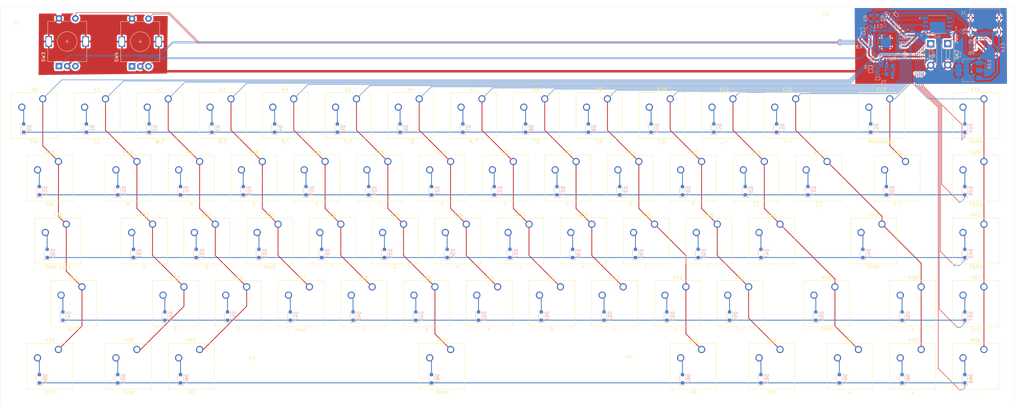
<source format=kicad_pcb>
(kicad_pcb (version 20240108) (generator "pcbnew") (generator_version "8.0")
  (layers (0 "F.Cu" signal) (31 "B.Cu" signal) (34 "B.Paste" user) (35 "F.Paste" user) (36 "B.SilkS" user "B.Silkscreen") (37 "F.SilkS" user "F.Silkscreen") (38 "B.Mask" user) (39 "F.Mask" user) (44 "Edge.Cuts" user))
  (net 0 "")
  (net 1 "Net-(D0-A)")
  (net 2 "Net-(D1-A)")
  (net 3 "Net-(D2-A)")
  (net 4 "Net-(D3-A)")
  (net 5 "Net-(D4-A)")
  (net 6 "Net-(D5-A)")
  (net 7 "Net-(D6-A)")
  (net 8 "Net-(D7-A)")
  (net 9 "Net-(D8-A)")
  (net 10 "Net-(D9-A)")
  (net 11 "Net-(D10-A)")
  (net 12 "Net-(D11-A)")
  (net 13 "Net-(D12-A)")
  (net 14 "Net-(D13-A)")
  (net 15 "/Row_0")
  (net 16 "/Row_1")
  (net 17 "/Row_2")
  (net 18 "/Row_3")
  (net 19 "/Row_4")
  (net 20 "Net-(D14-A)")
  (net 21 "Net-(D15-A)")
  (net 22 "/Col_0")
  (net 23 "/Col_1")
  (net 24 "/Col_2")
  (net 25 "/Col_3")
  (net 26 "/Col_4")
  (net 27 "/Col_5")
  (net 28 "/Col_6")
  (net 29 "/Col_7")
  (net 30 "/Col_8")
  (net 31 "/Col_9")
  (net 32 "/Col_10")
  (net 33 "/Col_11")
  (net 34 "/Col_12")
  (net 35 "/Col_13")
  (net 36 "/Col_14")
  (net 37 "Net-(D16-A)")
  (net 38 "Net-(D17-A)")
  (net 39 "Net-(D18-A)")
  (net 40 "Net-(D19-A)")
  (net 41 "Net-(D20-A)")
  (net 42 "Net-(D21-A)")
  (net 43 "Net-(D22-A)")
  (net 44 "Net-(D23-A)")
  (net 45 "Net-(D24-A)")
  (net 46 "Net-(D25-A)")
  (net 47 "Net-(D26-A)")
  (net 48 "Net-(D27-A)")
  (net 49 "Net-(D28-A)")
  (net 50 "Net-(D29-A)")
  (net 51 "Net-(D30-A)")
  (net 52 "Net-(D31-A)")
  (net 53 "Net-(D32-A)")
  (net 54 "Net-(D33-A)")
  (net 55 "Net-(D34-A)")
  (net 56 "Net-(D35-A)")
  (net 57 "Net-(D36-A)")
  (net 58 "Net-(D37-A)")
  (net 59 "Net-(D38-A)")
  (net 60 "Net-(D39-A)")
  (net 61 "Net-(D40-A)")
  (net 62 "Net-(D41-A)")
  (net 63 "Net-(D42-A)")
  (net 64 "Net-(D43-A)")
  (net 65 "Net-(D44-A)")
  (net 66 "Net-(D45-A)")
  (net 67 "Net-(D46-A)")
  (net 68 "Net-(D47-A)")
  (net 69 "Net-(D48-A)")
  (net 70 "Net-(D49-A)")
  (net 71 "Net-(D50-A)")
  (net 72 "Net-(D51-A)")
  (net 73 "Net-(D52-A)")
  (net 74 "Net-(D53-A)")
  (net 75 "Net-(D54-A)")
  (net 76 "Net-(D55-A)")
  (net 77 "Net-(D56-A)")
  (net 78 "Net-(D57-A)")
  (net 79 "Net-(D58-A)")
  (net 80 "Net-(D59-A)")
  (net 81 "Net-(D60-A)")
  (net 82 "Net-(D61-A)")
  (net 83 "Net-(D62-A)")
  (net 84 "Net-(D63-A)")
  (net 85 "Net-(D64-A)")
  (net 86 "Net-(D65-A)")
  (net 87 "Net-(D66-A)")
  (net 88 "Net-(U1-XIN)")
  (net 89 "GND")
  (net 90 "Net-(C2-Pad1)")
  (net 91 "+1V1")
  (net 92 "+3V3")
  (net 93 "+5V")
  (net 94 "Net-(J1-CC2)")
  (net 95 "/USB_D+")
  (net 96 "Net-(J1-CC1)")
  (net 97 "/USB_D-")
  (net 100 "Net-(U1-XOUT)")
  (net 101 "Net-(U1-USB_DP)")
  (net 102 "Net-(U1-USB_DM)")
  (net 103 "/RUN")
  (net 104 "/~{BOOTSEL}")
  (net 105 "/QSPI_SS")
  (net 106 "/QSPI_SD1")
  (net 107 "unconnected-(U1-GPIO29_ADC3-Pad41)")
  (net 109 "/QSPI_SD0")
  (net 111 "/QSPI_SCLK")
  (net 112 "/SWD")
  (net 113 "/QSPI_SD2")
  (net 114 "/SWCLK")
  (net 116 "/QSPI_SD3")
  (net 117 "/SW3_B")
  (net 118 "/SW3_A")
  (net 119 "/SW3_Button")
  (net 120 "/SW4_Button")
  (net 121 "/SW4_A")
  (net 122 "/SW4_B")
  (footprint "Button_Switch_Keyboard:SW_Cherry_MX_1.00u_PCB" (layer "F.Cu") (at 71.435 111.87)
    (property "Reference" "K0")
    (property "Value" "Esc")
  )
  (footprint "MountingHole:MountingHole_3.2mm_M3_DIN965" (layer "F.Cu") (at 309.15 89.825)
    (property "Reference" "H2")
    (property "Value" "MountingHole")
  )
  (footprint "MountingHole:MountingHole_3.2mm_M3_DIN965" (layer "F.Cu") (at 135 194.6)
    (property "Reference" "H3")
    (property "Value" "MountingHole")
  )
  (footprint "MountingHole:MountingHole_3.2mm_M3_DIN965" (layer "F.Cu") (at 249.3 194.1)
    (property "Reference" "H4")
    (property "Value" "MountingHole")
  )
  (footprint "MountingHole:MountingHole_3.2mm_M3_DIN965" (layer "F.Cu") (at 63.675 92.575)
    (property "Reference" "H1")
    (property "Value" "MountingHole")
  )
  (footprint "Button_Switch_Keyboard:SW_Cherry_MX_1.00u_PCB" (layer "F.Cu") (at 100.01 188.07)
    (property "Reference" "K59")
    (property "Value" "Cmd")
  )
  (footprint "Button_Switch_Keyboard:SW_Cherry_MX_1.75u_PCB" (layer "F.Cu") (at 78.57875 149.97)
    (property "Reference" "K30")
    (property "Value" "Caps Lock")
  )
  (footprint "Button_Switch_Keyboard:SW_Cherry_MX_2.00u_PCB" (layer "F.Cu") (at 328.61 111.87)
    (property "Reference" "K13")
    (property "Value" "Backspace")
  )
  (footprint "Button_Switch_Keyboard:SW_Cherry_MX_2.25u_PCB" (layer "F.Cu") (at 326.22875 149.97)
    (property "Reference" "K42")
    (property "Value" "Enter")
  )
  (footprint "Button_Switch_Keyboard:SW_Cherry_MX_1.00u_PCB" (layer "F.Cu") (at 219.0725 149.97)
    (property "Reference" "K37")
    (property "Value" "J")
  )
  (footprint "Button_Switch_Keyboard:SW_Cherry_MX_1.00u_PCB" (layer "F.Cu") (at 161.9225 149.97)
    (property "Reference" "K34")
    (property "Value" "F")
  )
  (footprint "Button_Switch_Keyboard:SW_Cherry_MX_1.00u_PCB" (layer "F.Cu") (at 200.0225 149.97)
    (property "Reference" "K36")
    (property "Value" "H")
  )
  (footprint "Button_Switch_Keyboard:SW_Cherry_MX_1.00u_PCB" (layer "F.Cu") (at 233.36 130.92)
    (property "Reference" "K23")
    (property "Value" "I")
  )
  (footprint "Button_Switch_Keyboard:SW_Cherry_MX_1.00u_PCB" (layer "F.Cu") (at 195.26 130.92)
    (property "Reference" "K21")
    (property "Value" "Y")
  )
  (footprint "Button_Switch_Keyboard:SW_Cherry_MX_1.00u_PCB" (layer "F.Cu") (at 223.835 111.87)
    (property "Reference" "K8")
    (property "Value" "*,8")
  )
  (footprint "Button_Switch_Keyboard:SW_Cherry_MX_1.50u_PCB" (layer "F.Cu") (at 76.1975 130.92)
    (property "Reference" "K15")
    (property "Value" "Tab")
  )
  (footprint "Button_Switch_Keyboard:SW_Cherry_MX_1.00u_PCB" (layer "F.Cu") (at 142.8725 149.97)
    (property "Reference" "K33")
    (property "Value" "KeyD")
  )
  (footprint "Button_Switch_Keyboard:SW_Cherry_MX_1.00u_PCB" (layer "F.Cu") (at 295.2725 149.97)
    (property "Reference" "K41")
    (property "Value" "\",'")
  )
  (footprint "Button_Switch_Keyboard:SW_Cherry_MX_1.00u_PCB" (layer "F.Cu") (at 147.635 111.87)
    (property "Reference" "K4")
    (property "Value" "$,4")
  )
  (footprint "Rotary_Encoder:RotaryEncoder_Alps_EC11E-Switch_Vertical_H20mm" (layer "F.Cu") (at 98.53 101.99 90)
    (property "Reference" "SW4")
    (property "Value" "RotaryEncoder_Switch_MP")
  )
  (footprint "Button_Switch_Keyboard:SW_Cherry_MX_1.00u_PCB" (layer "F.Cu") (at 166.685 111.87)
    (property "Reference" "K5")
    (property "Value" "%,5")
  )
  (footprint "Rotary_Encoder:RotaryEncoder_Alps_EC11E-Switch_Vertical_H20mm" (layer "F.Cu") (at 76.35 101.93 90)
    (property "Reference" "SW3")
    (property "Value" "RotaryEncoder_Switch_MP")
  )
  (footprint "Button_Switch_Keyboard:SW_Cherry_MX_1.00u_PCB" (layer "F.Cu") (at 123.8225 149.97)
    (property "Reference" "K32")
    (property "Value" "S")
  )
  (footprint "Button_Switch_Keyboard:SW_Cherry_MX_1.00u_PCB" (layer "F.Cu") (at 128.585 111.87)
    (property "Reference" "K3")
    (property "Value" "#,3")
  )
  (footprint "Button_Switch_Keyboard:SW_Cherry_MX_1.00u_PCB" (layer "F.Cu") (at 247.6475 169.02)
    (property "Reference" "K52")
    (property "Value" "<,,")
  )
  (footprint "Button_Switch_Keyboard:SW_Cherry_MX_1.50u_PCB" (layer "F.Cu") (at 76.1975 188.07)
    (property "Reference" "K58")
    (property "Value" "Ctrl")
  )
  (footprint "Button_Switch_Keyboard:SW_Cherry_MX_1.00u_PCB" (layer "F.Cu") (at 357.185 149.97)
    (property "Reference" "K43")
    (property "Value" "PgDn")
  )
  (footprint "Button_Switch_Keyboard:SW_Cherry_MX_1.00u_PCB" (layer "F.Cu") (at 357.185 130.92)
    (property "Reference" "K29")
    (property "Value" "PgUp")
  )
  (footprint "Button_Switch_Keyboard:SW_Cherry_MX_1.00u_PCB" (layer "F.Cu") (at 261.935 111.87)
    (property "Reference" "K10")
    (property "Value" "),0")
  )
  (footprint "Button_Switch_Keyboard:SW_Cherry_MX_1.00u_PCB" (layer "F.Cu") (at 104.7725 149.97)
    (property "Reference" "K31")
    (property "Value" "A")
  )
  (footprint "Button_Switch_Keyboard:SW_Cherry_MX_1.00u_PCB" (layer "F.Cu") (at 238.1225 149.97)
    (property "Reference" "K38")
    (property "Value" "K")
  )
  (footprint "Button_Switch_THT:SW_PUSH_1P1T_6x3.5mm_H4.3_APEM_MJTP1243" (layer "F.Cu") (at 346.206626 95.065824 -90)
    (property "Reference" "SW2")
    (property "Value" "SW_Push")
  )
  (footprint "Button_Switch_Keyboard:SW_Cherry_MX_1.00u_PCB" (layer "F.Cu") (at 190.4975 169.02)
    (property "Reference" "K49")
    (property "Value" "B")
  )
  (footprint "Button_Switch_Keyboard:SW_Cherry_MX_1.00u_PCB" (layer "F.Cu") (at 357.185 188.07)
    (property "Reference" "K66")
    (property "Value" "→")
  )
  (footprint "Button_Switch_Keyboard:SW_Cherry_MX_1.00u_PCB" (layer "F.Cu") (at 290.51 130.92)
    (property "Reference" "K26")
    (property "Value" "{,[")
  )
  (footprint "Button_Switch_Keyboard:SW_Cherry_MX_1.00u_PCB" (layer "F.Cu") (at 271.46 188.07)
    (property "Reference" "K62")
    (property "Value" "Alt")
  )
  (footprint "Button_Switch_Keyboard:SW_Cherry_MX_1.00u_PCB" (layer "F.Cu") (at 285.7475 169.02)
    (property "Reference" "K54")
    (property "Value" "?,/")
  )
  (footprint "Button_Switch_Keyboard:SW_Cherry_MX_1.00u_PCB" (layer "F.Cu") (at 257.1725 149.97)
    (property "Reference" "K39")
    (property "Value" "L")
  )
  (footprint "Button_Switch_Keyboard:SW_Cherry_MX_1.50u_PCB" (layer "F.Cu") (at 333.3725 130.92)
    (property "Reference" "K28")
    (property "Value" "|,\\")
  )
  (footprint "Button_Switch_Keyboard:SW_Cherry_MX_1.00u_PCB" (layer "F.Cu") (at 266.6975 169.02)
    (property "Reference" "K53")
    (property "Value" ">,.")
  )
  (footprint "Button_Switch_Keyboard:SW_Cherry_MX_1.00u_PCB" (layer "F.Cu") (at 338.135 169.02)
    (property "Reference" "K56")
    (property "Value" "↑")
  )
  (footprint "Button_Switch_Keyboard:SW_Cherry_MX_1.00u_PCB" (layer "F.Cu") (at 309.56 130.92)
    (property "Reference" "K27")
    (property "Value" "},]")
  )
  (footprint "Button_Switch_Keyboard:SW_Cherry_MX_1.00u_PCB" (layer "F.Cu") (at 138.11 130.92)
    (property "Reference" "K18")
    (property "Value" "E")
  )
  (footprint "Button_Switch_Keyboard:SW_Cherry_MX_1.00u_PCB" (layer "F.Cu") (at 280.985 111.87)
    (property "Reference" "K11")
    (property "Value" "_,-")
  )
  (footprint "Button_Switch_Keyboard:SW_Cherry_MX_1.00u_PCB" (layer "F.Cu") (at 357.185 111.87)
    (property "Reference" "K14")
    (property "Value" "Home")
  )
  (footprint "Button_Switch_Keyboard:SW_Cherry_MX_1.00u_PCB" (layer "F.Cu") (at 204.785 111.87)
    (property "Reference" "K7")
    (property "Value" "&,7")
  )
  (footprint "Button_Switch_Keyboard:SW_Cherry_MX_1.00u_PCB" (layer "F.Cu") (at 357.185 169.02)
    (property "Reference" "K57")
    (property "Value" "End")
  )
  (footprint "Button_Switch_Keyboard:SW_Cherry_MX_1.00u_PCB" (layer "F.Cu") (at 300.035 111.87)
    (property "Reference" "K12")
    (property "Value" "+,=")
  )
  (footprint "Button_Switch_Keyboard:SW_Cherry_MX_1.00u_PCB" (layer "F.Cu") (at 242.885 111.87)
    (property "Reference" "K9")
    (property "Value" "(,9")
  )
  (footprint "Button_Switch_Keyboard:SW_Cherry_MX_1.00u_PCB" (layer "F.Cu") (at 114.2975 169.02)
    (property "Reference" "K45")
    (property "Value" "Z")
  )
  (footprint "Button_Switch_Keyboard:SW_Cherry_MX_1.00u_PCB" (layer "F.Cu") (at 90.485 111.87)
    (property "Reference" "K1")
    (property "Value" "!,1")
  )
  (footprint "Button_Switch_Keyboard:SW_Cherry_MX_1.00u_PCB" (layer "F.Cu") (at 252.41 130.92)
    (property "Reference" "K24")
    (property "Value" "O")
  )
  (footprint "Button_Switch_Keyboard:SW_Cherry_MX_2.25u_PCB" (layer "F.Cu") (at 83.34125 169.02)
    (property "Reference" "K44")
    (property "Value" "Shift")
  )
  (footprint "Button_Switch_Keyboard:SW_Cherry_MX_1.00u_PCB" (layer "F.Cu") (at 119.06 188.07)
    (property "Reference" "K60")
    (property "Value" "Alt")
  )
  (footprint "Button_Switch_Keyboard:SW_Cherry_MX_1.00u_PCB" (layer "F.Cu") (at 119.06 130.92)
    (property "Reference" "K17")
    (property "Value" "W")
  )
  (footprint "Button_Switch_Keyboard:SW_Cherry_MX_1.00u_PCB" (layer "F.Cu") (at 180.9725 149.97)
    (property "Reference" "K35")
    (property "Value" "G")
  )
  (footprint "Button_Switch_Keyboard:SW_Cherry_MX_1.00u_PCB" (layer "F.Cu") (at 100.01 130.92)
    (property "Reference" "K16")
    (property "Value" "Q")
  )
  (footprint "Button_Switch_Keyboard:SW_Cherry_MX_1.00u_PCB" (layer "F.Cu") (at 214.31 130.92)
    (property "Reference" "K22")
    (property "Value" "U")
  )
  (footprint "Button_Switch_Keyboard:SW_Cherry_MX_1.00u_PCB" (layer "F.Cu") (at 176.21 130.92)
    (property "Reference" "K20")
    (property "Value" "T")
  )
  (footprint "Button_Switch_Keyboard:SW_Cherry_MX_6.25u_PCB" (layer "F.Cu") (at 195.26 188.07)
    (property "Reference" "K61")
    (property "Value" "Blank")
  )
  (footprint "Button_Switch_Keyboard:SW_Cherry_MX_1.00u_PCB" (layer "F.Cu") (at 276.2225 149.97)
    (property "Reference" "K40")
    (property "Value" ":,;")
  )
  (footprint "Button_Switch_Keyboard:SW_Cherry_MX_1.00u_PCB" (layer "F.Cu") (at 171.4475 169.02)
    (property "Reference" "K48")
    (property "Value" "V")
  )
  (footprint "Button_Switch_Keyboard:SW_Cherry_MX_1.00u_PCB" (layer "F.Cu") (at 152.3975 169.02)
    (property "Reference" "K47")
    (property "Value" "KeyD")
  )
  (footprint "Button_Switch_Keyboard:SW_Cherry_MX_1.75u_PCB" (layer "F.Cu") (at 311.94125 169.02)
    (property "Reference" "K55")
    (property "Value" "Shift")
  )
  (footprint "Button_Switch_Keyboard:SW_Cherry_MX_1.00u_PCB" (layer "F.Cu") (at 271.46 130.92)
    (property "Reference" "K25")
    (property "Value" "P")
  )
  (footprint "Button_Switch_Keyboard:SW_Cherry_MX_1.00u_PCB" (layer "F.Cu") (at 209.5475 169.02)
    (property "Reference" "K50")
    (property "Value" "N")
  )
  (footprint "Button_Switch_Keyboard:SW_Cherry_MX_1.00u_PCB" (layer "F.Cu") (at 109.535 111.87)
    (property "Reference" "K2")
    (property "Value" "@,2")
  )
  (footprint "Button_Switch_Keyboard:SW_Cherry_MX_1.50u_PCB" (layer "F.Cu") (at 295.2725 188.07)
    (property "Reference" "K63")
    (property "Value" "Ctrl")
  )
  (footprint "Button_Switch_Keyboard:SW_Cherry_MX_1.00u_PCB" (layer "F.Cu") (at 228.5975 169.02)
    (property "Reference" "K51")
    (property "Value" "M")
  )
  (footprint "Button_Switch_Keyboard:SW_Cherry_MX_1.00u_PCB" (layer "F.Cu") (at 319.085 188.07)
    (property "Reference" "K64")
    (property "Value" "←")
  )
  (footprint "Button_Switch_Keyboard:SW_Cherry_MX_1.00u_PCB" (layer "F.Cu") (at 157.16 130.92)
    (property "Reference" "K19")
    (property "Value" "R")
  )
  (footprint "Button_Switch_Keyboard:SW_Cherry_MX_1.00u_PCB" (layer "F.Cu") (at 338.135 188.07)
    (property "Reference" "K65")
    (property "Value" "↓")
  )
  (footprint "Button_Switch_Keyboard:SW_Cherry_MX_1.00u_PCB" (layer "F.Cu") (at 185.735 111.87)
    (property "Reference" "K6")
    (property "Value" "^,6")
  )
  (footprint "Button_Switch_THT:SW_PUSH_1P1T_6x3.5mm_H4.3_APEM_MJTP1243" (layer "F.Cu") (at 341.046626 95.145824 -90)
    (property "Reference" "SW1")
    (property "Value" "SW_Push")
  )
  (footprint "Button_Switch_Keyboard:SW_Cherry_MX_1.00u_PCB" (layer "F.Cu") (at 133.3475 169.02)
    (property "Reference" "K46")
    (property "Value" "X")
  )
  (footprint "Diode_SMD:D_SOD-323_HandSoldering" (layer "B.Cu") (at 65.635 120.76 90)
    (property "Reference" "D0")
    (property "Value" "1N4148WS")
  )
  (footprint "Diode_SMD:D_SOD-323_HandSoldering" (layer "B.Cu") (at 303.76 139.81 90)
    (property "Reference" "D27")
    (property "Value" "1N4148WS")
  )
  (footprint "Resistor_SMD:R_0402_1005Metric" (layer "B.Cu") (at 327.676626 99.805824 180)
    (property "Reference" "R1")
    (property "Value" "0402WGF1001TCE")
  )
  (footprint "Diode_SMD:D_SOD-323_HandSoldering" (layer "B.Cu") (at 70.3975 139.81 90)
    (property "Reference" "D15")
    (property "Value" "1N4148WS")
  )
  (footprint "Capacitor_SMD:C_0402_1005Metric" (layer "B.Cu") (at 361.755 96.280001 90)
    (property "Reference" "C14")
    (property "Value" "CL05A106MQ5NUNC")
  )
  (footprint "Diode_SMD:D_SOD-323_HandSoldering" (layer "B.Cu") (at 203.7475 177.91 90)
    (property "Reference" "D50")
    (property "Value" "1N4148WS")
  )
  (footprint "Capacitor_SMD:C_0402_1005Metric" (layer "B.Cu") (at 357.625 101.4 90)
    (property "Reference" "C16")
    (property "Value" "CL05A106MQ5NUNC")
  )
  (footprint "Diode_SMD:D_SOD-323_HandSoldering" (layer "B.Cu") (at 94.21 139.81 90)
    (property "Reference" "D16")
    (property "Value" "1N4148WS")
  )
  (footprint "Resistor_SMD:R_0805_2012Metric" (layer "B.Cu") (at 324.776626 87.405824 90)
    (property "Reference" "R2")
    (property "Value" "RTT0527R4FTP")
  )
  (footprint "Diode_SMD:D_SOD-323_HandSoldering" (layer "B.Cu") (at 146.5975 177.91 90)
    (property "Reference" "D47")
    (property "Value" "1N4148WS")
  )
  (footprint "Capacitor_SMD:C_0402_1005Metric" (layer "B.Cu") (at 328.876626 87.805824 135)
    (property "Reference" "C4")
    (property "Value" "CL05B104KO5NNNC")
  )
  (footprint "Diode_SMD:D_SOD-323_HandSoldering" (layer "B.Cu") (at 132.31 139.81 90)
    (property "Reference" "D18")
    (property "Value" "1N4148WS")
  )
  (footprint "Diode_SMD:D_SOD-323_HandSoldering" (layer "B.Cu") (at 184.6975 177.91 90)
    (property "Reference" "D49")
    (property "Value" "1N4148WS")
  )
  (footprint "Diode_SMD:D_SOD-323_HandSoldering" (layer "B.Cu") (at 77.54125 177.91 90)
    (property "Reference" "D44")
    (property "Value" "1N4148WS")
  )
  (footprint "Diode_SMD:D_SOD-323_HandSoldering" (layer "B.Cu") (at 208.51 139.81 90)
    (property "Reference" "D22")
    (property "Value" "1N4148WS")
  )
  (footprint "Diode_SMD:D_SOD-323_HandSoldering" (layer "B.Cu") (at 218.035 120.76 90)
    (property "Reference" "D8")
    (property "Value" "1N4148WS")
  )
  (footprint "Diode_SMD:D_SOD-323_HandSoldering" (layer "B.Cu") (at 189.46 196.96 90)
    (property "Reference" "D61")
    (property "Value" "1N4148WS")
  )
  (footprint "Capacitor_SMD:C_0402_1005Metric" (layer "B.Cu") (at 333.144163 91.335824 90)
    (property "Reference" "C12")
    (property "Value" "CL05B104KO5NNNC")
  )
  (footprint "Diode_SMD:D_SOD-323_HandSoldering" (layer "B.Cu") (at 275.185 120.76 90)
    (property "Reference" "D11")
    (property "Value" "1N4148WS")
  )
  (footprint "Diode_SMD:D_SOD-323_HandSoldering" (layer "B.Cu") (at 265.66 139.81 90)
    (property "Reference" "D25")
    (property "Value" "1N4148WS")
  )
  (footprint "Diode_SMD:D_SOD-323_HandSoldering" (layer "B.Cu") (at 351.385 196.96 90)
    (property "Reference" "D66")
    (property "Value" "1N4148WS")
  )
  (footprint "parts:ABM8272T3" (layer "B.Cu") (at 328.551626 103.155824 90)
    (property "Reference" "Y1")
    (property "Value" "ABM8-272-T3" (hide yes))
  )
  (footprint "Diode_SMD:D_SOD-323_HandSoldering" (layer "B.Cu") (at 284.71 139.81 90)
    (property "Reference" "D26")
    (property "Value" "1N4148WS")
  )
  (footprint "Capacitor_SMD:C_0402_1005Metric" (layer "B.Cu") (at 322.296626 91.055824 180)
    (property "Reference" "C7")
    (property "Value" "CL05B104KO5NNNC")
  )
  (footprint "Diode_SMD:D_SOD-323_HandSoldering" (layer "B.Cu") (at 279.9475 177.91 90)
    (property "Reference" "D54")
    (property "Value" "1N4148WS")
  )
  (footprint "Diode_SMD:D_SOD-323_HandSoldering" (layer "B.Cu") (at 313.285 196.96 90)
    (property "Reference" "D64")
    (property "Value" "1N4148WS")
  )
  (footprint "Capacitor_SMD:C_0402_1005Metric" (layer "B.Cu") (at 327.011007 89.422324 90)
    (property "Reference" "C11")
    (property "Value" "CL05B104KO5NNNC")
  )
  (footprint "Capacitor_SMD:C_0402_1005Metric" (layer "B.Cu") (at 348.744163 91.315824 90)
    (property "Reference" "C15")
    (property "Value" "CL05A105KA5NQNC")
  )
  (footprint "Diode_SMD:D_SOD-323_HandSoldering" (layer "B.Cu") (at 332.335 196.96 90)
    (property "Reference" "D65")
    (property "Value" "1N4148WS")
  )
  (footprint "Diode_SMD:D_SOD-323_HandSoldering" (layer "B.Cu") (at 198.985 120.76 90)
    (property "Reference" "D7")
    (property "Value" "1N4148WS")
  )
  (footprint "Resistor_SMD:R_0402_1005Metric" (layer "B.Cu") (at 350.244163 91.315824 90)
    (property "Reference" "R7")
    (property "Value" "0402WGF1001TCE")
  )
  (footprint "Diode_SMD:D_SOD-323_HandSoldering" (layer "B.Cu") (at 270.4225 158.86 90)
    (property "Reference" "D40")
    (property "Value" "1N4148WS")
  )
  (footprint "Diode_SMD:D_SOD-323_HandSoldering" (layer "B.Cu") (at 306.14125 177.91 90)
    (property "Reference" "D55")
    (property "Value" "1N4148WS")
  )
  (footprint "Diode_SMD:D_SOD-323_HandSoldering" (layer "B.Cu") (at 165.6475 177.91 90)
    (property "Reference" "D48")
    (property "Value" "1N4148WS")
  )
  (footprint "Diode_SMD:D_SOD-323_HandSoldering" (layer "B.Cu") (at 320.42875 158.86 90)
    (property "Reference" "D42")
    (property "Value" "1N4148WS")
  )
  (footprint "Diode_SMD:D_SOD-323_HandSoldering" (layer "B.Cu") (at 103.735 120.76 90)
    (property "Reference" "D2")
    (property "Value" "1N4148WS")
  )
  (footprint "Diode_SMD:D_SOD-323_HandSoldering" (layer "B.Cu") (at 108.4975 177.91 90)
    (property "Reference" "D45")
    (property "Value" "1N4148WS")
  )
  (footprint "Diode_SMD:D_SOD-323_HandSoldering" (layer "B.Cu") (at 289.4725 158.86 90)
    (property "Reference" "D41")
    (property "Value" "1N4148WS")
  )
  (footprint "Diode_SMD:D_SOD-323_HandSoldering" (layer "B.Cu") (at 118.0225 158.86 90)
    (property "Reference" "D32")
    (property "Value" "1N4148WS")
  )
  (footprint "Diode_SMD:D_SOD-323_HandSoldering" (layer "B.Cu") (at 256.135 120.76 90)
    (property "Reference" "D10")
    (property "Value" "1N4148WS")
  )
  (footprint "Diode_SMD:D_SOD-323_HandSoldering" (layer "B.Cu") (at 227.56 139.81 90)
    (property "Reference" "D23")
    (property "Value" "1N4148WS")
  )
  (footprint "" (layer "B.Cu") (at 326.169163 93.415824 180)
    (property "Reference" "")
    (property "Value" "")
  )
  (footprint "Capacitor_SMD:C_0402_1005Metric" (layer "B.Cu") (at 324.876626 103.505824 180)
    (property "Reference" "C2")
    (property "Value" "0402CG200J500NT")
  )
  (footprint "Diode_SMD:D_SOD-323_HandSoldering" (layer "B.Cu") (at 237.085 120.76 90)
    (property "Reference" "D9")
    (property "Value" "1N4148WS")
  )
  (footprint "Diode_SMD:D_SOD-323_HandSoldering" (layer "B.Cu") (at 194.2225 158.86 90)
    (property "Reference" "D36")
    (property "Value" "1N4148WS")
  )
  (footprint "" (layer "B.Cu") (at 326.169163 95.965824 180)
    (property "Reference" "")
    (property "Value" "")
  )
  (footprint "Diode_SMD:D_SOD-323_HandSoldering" (layer "B.Cu") (at 156.1225 158.86 90)
    (property "Reference" "D34")
    (property "Value" "1N4148WS")
  )
  (footprint "Diode_SMD:D_SOD-323_HandSoldering" (layer "B.Cu") (at 141.835 120.76 90)
    (property "Reference" "D4")
    (property "Value" "1N4148WS")
  )
  (footprint "Diode_SMD:D_SOD-323_HandSoldering" (layer "B.Cu") (at 294.235 120.76 90)
    (property "Reference" "D12")
    (property "Value" "1N4148WS")
  )
  (footprint "Diode_SMD:D_SOD-323_HandSoldering" (layer "B.Cu") (at 189.46 139.81 90)
    (property "Reference" "D21")
    (property "Value" "1N4148WS")
  )
  (footprint "Package_DFN_QFN:QFN-56-1EP_7x7mm_P0.4mm_EP3.2x3.2mm" (layer "B.Cu") (at 327.419163 94.703324 180)
    (property "Reference" "U1")
    (property "Value" "RP2040")
  )
  (footprint "Diode_SMD:D_SOD-323_HandSoldering" (layer "B.Cu") (at 70.3975 196.96 90)
    (property "Reference" "D58")
    (property "Value" "1N4148WS")
  )
  (footprint "Diode_SMD:D_SOD-323_HandSoldering" (layer "B.Cu") (at 175.1725 158.86 90)
    (property "Reference" "D35")
    (property "Value" "1N4148WS")
  )
  (footprint "Diode_SMD:D_SOD-323_HandSoldering" (layer "B.Cu") (at 160.885 120.76 90)
    (property "Reference" "D5")
    (property "Value" "1N4148WS")
  )
  (footprint "Diode_SMD:D_SOD-323_HandSoldering" (layer "B.Cu") (at 122.785 120.76 90)
    (property "Reference" "D3")
    (property "Value" "1N4148WS")
  )
  (footprint "Capacitor_SMD:C_0402_1005Metric" (layer "B.Cu") (at 332.044163 91.335824 90)
    (property "Reference" "C13")
    (property "Value" "CL05B104KO5NNNC")
  )
  (footprint "Diode_SMD:D_SOD-323_HandSoldering" (layer "B.Cu") (at 170.41 139.81 90)
    (property "Reference" "D20")
    (property "Value" "1N4148WS")
  )
  (footprint "Diode_SMD:D_SOD-323_HandSoldering" (layer "B.Cu") (at 127.5475 177.91 90)
    (property "Reference" "D46")
    (property "Value" "1N4148WS")
  )
  (footprint "Diode_SMD:D_SOD-323_HandSoldering" (layer "B.Cu") (at 246.61 139.81 90)
    (property "Reference" "D24")
    (property "Value" "1N4148WS")
  )
  (footprint "Diode_SMD:D_SOD-323_HandSoldering" (layer "B.Cu") (at 289.4725 196.96 90)
    (property "Reference" "D63")
    (property "Value" "1N4148WS")
  )
  (footprint "Diode_SMD:D_SOD-323_HandSoldering" (layer "B.Cu") (at 351.385 120.76 90)
    (property "Reference" "D14")
    (property "Value" "1N4148WS")
  )
  (footprint "Diode_SMD:D_SOD-323_HandSoldering" (layer "B.Cu") (at 241.8475 177.91 90)
    (property "Reference" "D52")
    (property "Value" "1N4148WS")
  )
  (footprint "Diode_SMD:D_SOD-323_HandSoldering" (layer "B.Cu") (at 260.8975 177.91 90)
    (property "Reference" "D53")
    (property "Value" "1N4148WS")
  )
  (footprint "" (layer "B.Cu") (at 328.719163 93.415824 180)
    (property "Reference" "")
    (property "Value" "")
  )
  (footprint "Diode_SMD:D_SOD-323_HandSoldering" (layer "B.Cu") (at 265.66 196.96 90)
    (property "Reference" "D62")
    (property "Value" "1N4148WS")
  )
  (footprint "Diode_SMD:D_SOD-323_HandSoldering" (layer "B.Cu") (at 72.77875 158.86 90)
    (property "Reference" "D30")
    (property "Value" "1N4148WS")
  )
  (footprint "Capacitor_SMD:C_0402_1005Metric" (layer "B.Cu") (at 324.276626 101.405824 -90)
    (property "Reference" "C5")
    (property "Value" "CL05A105KA5NQNC")
  )
  (footprint "Capacitor_SMD:C_0402_1005Metric" (layer "B.Cu") (at 325.376626 102.005824 -90)
    (property "Reference" "C10")
    (property "Value" "CL05B104KO5NNNC")
  )
  (footprint "Resistor_SMD:R_0402_1005Metric" (layer "B.Cu") (at 341.556626 97.585824 180)
    (property "Reference" "R4")
    (property "Value" "0402WGF1001TCE")
  )
  (footprint "Capacitor_SMD:C_0402_1005Metric" (layer "B.Cu") (at 324.876626 104.505824 180)
    (property "Reference" "C1")
    (property "Value" "0402CG200J500NT")
  )
  (footprint "Diode_SMD:D_SOD-323_HandSoldering" (layer "B.Cu") (at 351.385 139.81 90)
    (property "Reference" "D29")
    (property "Value" "1N4148WS")
  )
  (footprint "" (layer "B.Cu") (at 328.719163 95.965824 180)
    (property "Reference" "")
    (property "Value" "")
  )
  (footprint "Diode_SMD:D_SOD-323_HandSoldering" (layer "B.Cu") (at 113.26 196.96 90)
    (property "Reference" "D60")
    (property "Value" "1N4148WS")
  )
  (footprint "Diode_SMD:D_SOD-323_HandSoldering" (layer "B.Cu") (at 179.935 120.76 90)
    (property "Reference" "D6")
    (property "Value" "1N4148WS")
  )
  (footprint "Diode_SMD:D_SOD-323_HandSoldering" (layer "B.Cu") (at 251.3725 158.86 90)
    (property "Reference" "D39")
    (property "Value" "1N4148WS")
  )
  (footprint "Connector_USB:USB_C_Receptacle_G-Switch_GT-USB-7010ASV" (layer "B.Cu") (at 357.475 88.34)
    (property "Reference" "J1")
    (property "Value" "USB_C_Receptacle_USB2.0_16P")
  )
  (footprint "Diode_SMD:D_SOD-323_HandSoldering" (layer "B.Cu") (at 327.5725 139.81 90)
    (property "Reference" "D28")
    (property "Value" "1N4148WS")
  )
  (footprint "Diode_SMD:D_SOD-323_HandSoldering" (layer "B.Cu") (at 98.9725 158.86 90)
    (property "Reference" "D31")
    (property "Value" "1N4148WS")
  )
  (footprint "Diode_SMD:D_SOD-323_HandSoldering" (layer "B.Cu") (at 213.2725 158.86 90)
    (property "Reference" "D37")
    (property "Value" "1N4148WS")
  )
  (footprint "Diode_SMD:D_SOD-323_HandSoldering" (layer "B.Cu") (at 151.36 139.81 90)
    (property "Reference" "D19")
    (property "Value" "1N4148WS")
  )
  (footprint "Package_SO:SOIC-8_5.23x5.23mm_P1.27mm" (layer "B.Cu") (at 343.081663 89.203324)
    (property "Reference" "U2")
    (property "Value" "W25Q128JVS")
  )
  (footprint "Diode_SMD:D_SOD-323_HandSoldering" (layer "B.Cu") (at 322.81 120.76 90)
    (property "Reference" "D13")
    (property "Value" "1N4148WS")
  )
  (footprint "Diode_SMD:D_SOD-323_HandSoldering" (layer "B.Cu") (at 232.3225 158.86 90)
    (property "Reference" "D38")
    (property "Value" "1N4148WS")
  )
  (footprint "Diode_SMD:D_SOD-323_HandSoldering" (layer "B.Cu") (at 351.385 158.86 90)
    (property "Reference" "D43")
    (property "Value" "1N4148WS")
  )
  (footprint "Diode_SMD:D_SOD-323_HandSoldering" (layer "B.Cu") (at 94.21 196.96 90)
    (property "Reference" "D59")
    (property "Value" "1N4148WS")
  )
  (footprint "Diode_SMD:D_SOD-323_HandSoldering" (layer "B.Cu") (at 332.335 177.91 90)
    (property "Reference" "D56")
    (property "Value" "1N4148WS")
  )
  (footprint "Package_TO_SOT_SMD:SOT-223-3_TabPin2" (layer "B.Cu") (at 352.6 103.2 180)
    (property "Reference" "U3")
    (property "Value" "AMS1117-3.3")
  )
  (footprint "Diode_SMD:D_SOD-323_HandSoldering" (layer "B.Cu") (at 351.385 177.91 90)
    (property "Reference" "D57")
    (property "Value" "1N4148WS")
  )
  (footprint "Diode_SMD:D_SOD-323_HandSoldering" (layer "B.Cu") (at 137.0725 158.86 90)
    (property "Reference" "D33")
    (property "Value" "1N4148WS")
  )
  (footprint "Capacitor_SMD:C_0402_1005Metric" (layer "B.Cu") (at 333.046626 96.465824 -90)
    (property "Reference" "C9")
    (property "Value" "CL05B104KO5NNNC")
  )
  (footprint "Resistor_SMD:R_0805_2012Metric" (layer "B.Cu") (at 322.876626 87.405824 90)
    (property "Reference" "R3")
    (property "Value" "RTT0527R4FTP")
  )
  (footprint "Diode_SMD:D_SOD-323_HandSoldering" (layer "B.Cu") (at 113.26 139.81 90)
    (property "Reference" "D17")
    (property "Value" "1N4148WS")
  )
  (footprint "Diode_SMD:D_SOD-323_HandSoldering" (layer "B.Cu") (at 222.7975 177.91 90)
    (property "Reference" "D51")
    (property "Value" "1N4148WS")
  )
  (footprint "Resistor_SMD:R_0402_1005Metric" (layer "B.Cu") (at 353.376626 96.705824 180)
    (property "Reference" "R6")
    (property "Value" "0402WGF5101TCE")
  )
  (footprint "Capacitor_SMD:C_0402_1005Metric" (layer "B.Cu") (at 321.126626 96.075824 180)
    (property "Reference" "C8")
    (property "Value" "CL05B104KO5NNNC")
  )
  (footprint "Capacitor_SMD:C_0402_1005Metric" (layer "B.Cu") (at 322.286626 92.125824 180)
    (property "Reference" "C6")
    (property "Value" "CL05A105KA5NQNC")
  )
  (footprint "Resistor_SMD:R_0402_1005Metric" (layer "B.Cu") (at 353.376626 95.605824 180)
    (property "Reference" "R5")
    (property "Value" "0402WGF5101TCE")
  )
  (footprint "Capacitor_SMD:C_0402_1005Metric" (layer "B.Cu") (at 329.576626 87.105824 135)
    (property "Reference" "C3")
    (property "Value" "CL05B104KO5NNNC")
  )
  (footprint "Diode_SMD:D_SOD-323_HandSoldering" (layer "B.Cu") (at 84.685 120.76 90)
    (property "Reference" "D1")
    (property "Value" "1N4148WS")
  )
  (gr_rect (start 58.47875 83.67) (end 366.47875 204.97) (stroke (width 0.05)) (fill none) (layer "Edge.Cuts"))
  (segment (start 65.635 114.96) (end 65.085 114.41) (width 0.25) (layer "B.Cu") (net 1))
  (segment (start 65.635 119.51) (end 65.635 114.96) (width 0.25) (layer "B.Cu") (net 1))
  (segment (start 84.685 119.51) (end 84.685 114.96) (width 0.25) (layer "B.Cu") (net 2))
  (segment (start 84.685 114.96) (end 84.135 114.41) (width 0.25) (layer "B.Cu") (net 2))
  (segment (start 103.735 114.96) (end 103.185 114.41) (width 0.25) (layer "B.Cu") (net 3))
  (segment (start 103.735 119.51) (end 103.735 114.96) (width 0.25) (layer "B.Cu") (net 3))
  (segment (start 122.785 119.51) (end 122.785 114.96) (width 0.25) (layer "B.Cu") (net 4))
  (segment (start 122.785 114.96) (end 122.235 114.41) (width 0.25) (layer "B.Cu") (net 4))
  (segment (start 141.835 119.51) (end 141.835 114.96) (width 0.25) (layer "B.Cu") (net 5))
  (segment (start 141.835 114.96) (end 141.285 114.41) (width 0.25) (layer "B.Cu") (net 5))
  (segment (start 160.885 114.96) (end 160.335 114.41) (width 0.25) (layer "B.Cu") (net 6))
  (segment (start 160.885 119.51) (end 160.885 114.96) (width 0.25) (layer "B.Cu") (net 6))
  (segment (start 179.935 119.51) (end 179.935 114.96) (width 0.25) (layer "B.Cu") (net 7))
  (segment (start 179.935 114.96) (end 179.385 114.41) (width 0.25) (layer "B.Cu") (net 7))
  (segment (start 198.985 119.51) (end 198.985 114.96) (width 0.25) (layer "B.Cu") (net 8))
  (segment (start 198.985 114.96) (end 198.435 114.41) (width 0.25) (layer "B.Cu") (net 8))
  (segment (start 218.035 114.96) (end 217.485 114.41) (width 0.25) (layer "B.Cu") (net 9))
  (segment (start 218.035 119.51) (end 218.035 114.96) (width 0.25) (layer "B.Cu") (net 9))
  (segment (start 237.085 114.96) (end 236.535 114.41) (width 0.25) (layer "B.Cu") (net 10))
  (segment (start 237.085 119.51) (end 237.085 114.96) (width 0.25) (layer "B.Cu") (net 10))
  (segment (start 256.135 114.96) (end 255.585 114.41) (width 0.25) (layer "B.Cu") (net 11))
  (segment (start 256.135 119.51) (end 256.135 114.96) (width 0.25) (layer "B.Cu") (net 11))
  (segment (start 275.185 119.51) (end 275.185 114.96) (width 0.25) (layer "B.Cu") (net 12))
  (segment (start 275.185 114.96) (end 274.635 114.41) (width 0.25) (layer "B.Cu") (net 12))
  (segment (start 294.235 114.96) (end 293.685 114.41) (width 0.25) (layer "B.Cu") (net 13))
  (segment (start 294.235 119.51) (end 294.235 114.96) (width 0.25) (layer "B.Cu") (net 13))
  (segment (start 322.81 119.51) (end 322.81 114.96) (width 0.25) (layer "B.Cu") (net 14))
  (segment (start 322.81 114.96) (end 322.26 114.41) (width 0.25) (layer "B.Cu") (net 14))
  (segment (start 338.78 108.015052) (end 350.5 119.735052) (width 0.15) (layer "F.Cu") (net 15))
  (segment (start 350.5 119.735052) (end 350.5 124.2) (width 0.15) (layer "F.Cu") (net 15))
  (segment (start 338.755 104.165) (end 338.755 104.422537) (width 0.15) (layer "F.Cu") (net 15))
  (segment (start 338.755 104.422537) (end 338.78 104.447537) (width 0.15) (layer "F.Cu") (net 15))
  (segment (start 338.78 104.447537) (end 338.78 108.015052) (width 0.15) (layer "F.Cu") (net 15))
  (via (at 350.5 124.2) (size 0.5) (drill 0.3) (layers "F.Cu" "B.Cu") (net 15))
  (via (at 338.755 104.165) (size 0.5) (drill 0.3) (layers "F.Cu" "B.Cu") (net 15))
  (segment (start 351.385 123.315) (end 351.385 122.01) (width 0.15) (layer "B.Cu") (net 15))
  (segment (start 350.5 124.2) (end 351.385 123.315) (width 0.15) (layer "B.Cu") (net 15))
  (segment (start 338.755 95.478173) (end 338.755 104.165) (width 0.15) (layer "B.Cu") (net 15))
  (segment (start 330.856663 92.503324) (end 335.780151 92.503324) (width 0.15) (layer "B.Cu") (net 15))
  (segment (start 335.780151 92.503324) (end 338.755 95.478173) (width 0.15) (layer "B.Cu") (net 15))
  (segment (start 351.37875 121.97) (end 351.385 122.01) (width 0.25) (layer "B.Cu") (net 15))
  (segment (start 65.635 122.01) (end 351.37875 121.97) (width 0.25) (layer "B.Cu") (net 15))
  (segment (start 349.688814 143.188814) (end 344.35 137.85) (width 0.15) (layer "F.Cu") (net 16))
  (segment (start 344.144974 113.875) (end 338.255 107.985026) (width 0.15) (layer "F.Cu") (net 16))
  (segment (start 344.35 114.080025) (end 344.144975 113.875) (width 0.15) (layer "F.Cu") (net 16))
  (segment (start 344.35 137.85) (end 344.35 114.080025) (width 0.15) (layer "F.Cu") (net 16))
  (segment (start 344.144975 113.875) (end 344.144974 113.875) (width 0.15) (layer "F.Cu") (net 16))
  (segment (start 338.255 107.985026) (end 338.255 104.665) (width 0.15) (layer "F.Cu") (net 16))
  (via (at 338.255 104.665) (size 0.5) (drill 0.3) (layers "F.Cu" "B.Cu") (net 16))
  (via (at 349.688814 143.188814) (size 0.5) (drill 0.3) (layers "F.Cu" "B.Cu") (net 16))
  (segment (start 351.385 142.015) (end 351.385 141.06) (width 0.15) (layer "B.Cu") (net 16))
  (segment (start 338.23 104.64) (end 338.255 104.665) (width 0.15) (layer "B.Cu") (net 16))
  (segment (start 70.3975 141.06) (end 351.385 141.06) (width 0.25) (layer "B.Cu") (net 16))
  (segment (start 335.685177 92.903324) (end 338.23 95.448147) (width 0.15) (layer "B.Cu") (net 16))
  (segment (start 330.856663 92.903324) (end 335.685177 92.903324) (width 0.15) (layer "B.Cu") (net 16))
  (segment (start 349.688814 143.188814) (end 350.211186 143.188814) (width 0.15) (layer "B.Cu") (net 16))
  (segment (start 338.23 95.448147) (end 338.23 104.64) (width 0.15) (layer "B.Cu") (net 16))
  (segment (start 350.211186 143.188814) (end 351.385 142.015) (width 0.15) (layer "B.Cu") (net 16))
  (segment (start 344 114.225) (end 344 158.3) (width 0.15) (layer "F.Cu") (net 17))
  (segment (start 337.655 104.165) (end 337.656626 104.166626) (width 0.15) (layer "F.Cu") (net 17))
  (segment (start 337.655 104.165) (end 337.655 107.88) (width 0.15) (layer "F.Cu") (net 17))
  (segment (start 337.655 107.88) (end 344 114.225) (width 0.15) (layer "F.Cu") (net 17))
  (segment (start 344 158.3) (end 348.2 162.5) (width 0.15) (layer "F.Cu") (net 17))
  (via (at 348.2 162.5) (size 0.5) (drill 0.3) (layers "F.Cu" "B.Cu") (net 17))
  (via (at 337.655 104.165) (size 0.5) (drill 0.3) (layers "F.Cu" "B.Cu") (net 17))
  (segment (start 349.8 162.5) (end 351.385 160.915) (width 0.15) (layer "B.Cu") (net 17))
  (segment (start 351.385 160.915) (end 351.385 160.11) (width 0.15) (layer "B.Cu") (net 17))
  (segment (start 348.2 162.5) (end 349.8 162.5) (width 0.15) (layer "B.Cu") (net 17))
  (segment (start 337.655 95.368121) (end 337.655 104.165) (width 0.15) (layer "B.Cu") (net 17))
  (segment (start 335.590203 93.303324) (end 337.655 95.368121) (width 0.15) (layer "B.Cu") (net 17))
  (segment (start 72.77875 160.11) (end 351.385 160.11) (width 0.25) (layer "B.Cu") (net 17))
  (segment (start 330.856663 93.303324) (end 335.590203 93.303324) (width 0.15) (layer "B.Cu") (net 17))
  (segment (start 343.65 175.85) (end 349.1225 181.3225) (width 0.15) (layer "F.Cu") (net 18))
  (segment (start 343.444975 114.175) (end 343.65 114.380025) (width 0.15) (layer "F.Cu") (net 18))
  (segment (start 343.65 114.380025) (end 343.65 175.85) (width 0.15) (layer "F.Cu") (net 18))
  (segment (start 349.1225 181.3225) (end 349.2225 181.3225) (width 0.15) (layer "F.Cu") (net 18))
  (segment (start 343.444974 114.175) (end 343.444975 114.175) (width 0.15) (layer "F.Cu") (net 18))
  (segment (start 337.055 107.785026) (end 343.444974 114.175) (width 0.15) (layer "F.Cu") (net 18))
  (segment (start 337.055 104.685) (end 337.055 107.785026) (width 0.15) (layer "F.Cu") (net 18))
  (via (at 349.2225 181.3225) (size 0.5) (drill 0.3) (layers "F.Cu" "B.Cu") (net 18))
  (via (at 337.055 104.685) (size 0.5) (drill 0.3) (layers "F.Cu" "B.Cu") (net 18))
  (segment (start 351.385 180.015) (end 351.385 179.16) (width 0.15) (layer "B.Cu") (net 18))
  (segment (start 335.495229 93.703324) (end 330.856663 93.703324) (width 0.15) (layer "B.Cu") (net 18))
  (segment (start 350.0775 181.3225) (end 351.385 180.015) (width 0.15) (layer "B.Cu") (net 18))
  (segment (start 337.055 104.685) (end 337.055 95.263095) (width 0.15) (layer "B.Cu") (net 18))
  (segment (start 77.54125 179.16) (end 351.385 179.16) (width 0.25) (layer "B.Cu") (net 18))
  (segment (start 337.055 95.263095) (end 335.495229 93.703324) (width 0.15) (layer "B.Cu") (net 18))
  (segment (start 349.2225 181.3225) (end 350.0775 181.3225) (width 0.15) (layer "B.Cu") (net 18))
  (segment (start 343.3 193.8) (end 349.8 200.3) (width 0.15) (layer "F.Cu") (net 19))
  (segment (start 336.455 104.165) (end 336.455 107.68) (width 0.15) (layer "F.Cu") (net 19))
  (segment (start 343.3 114.525) (end 343.3 193.8) (width 0.15) (layer "F.Cu") (net 19))
  (segment (start 336.455 107.68) (end 343.3 114.525) (width 0.15) (layer "F.Cu") (net 19))
  (via (at 336.455 104.165) (size 0.5) (drill 0.3) (layers "F.Cu" "B.Cu") (net 19))
  (via (at 349.8 200.3) (size 0.5) (drill 0.3) (layers "F.Cu" "B.Cu") (net 19))
  (segment (start 351.385 199.715) (end 351.385 198.21) (width 0.15) (layer "B.Cu") (net 19))
  (segment (start 336.455 95.158069) (end 335.400255 94.103324) (width 0.15) (layer "B.Cu") (net 19))
  (segment (start 349.8 200.3) (end 350.8 200.3) (width 0.15) (layer "B.Cu") (net 19))
  (segment (start 335.400255 94.103324) (end 330.856663 94.103324) (width 0.15) (layer "B.Cu") (net 19))
  (segment (start 336.455 104.165) (end 336.455 95.158069) (width 0.15) (layer "B.Cu") (net 19))
  (segment (start 350.8 200.3) (end 351.385 199.715) (width 0.15) (layer "B.Cu") (net 19))
  (segment (start 70.3975 198.21) (end 351.385 198.21) (width 0.25) (layer "B.Cu") (net 19))
  (segment (start 351.385 119.51) (end 351.385 114.96) (width 0.25) (layer "B.Cu") (net 20))
  (segment (start 351.385 114.96) (end 350.835 114.41) (width 0.25) (layer "B.Cu") (net 20))
  (segment (start 70.3975 134.01) (end 69.8475 133.46) (width 0.25) (layer "B.Cu") (net 21))
  (segment (start 70.3975 138.56) (end 70.3975 134.01) (width 0.25) (layer "B.Cu") (net 21))
  (segment (start 83.34125 169.02) (end 83.34125 180.92625) (width 0.25) (layer "F.Cu") (net 22))
  (segment (start 76.1975 147.58875) (end 78.57875 149.97) (width 0.25) (layer "F.Cu") (net 22))
  (segment (start 71.435 126.1575) (end 76.1975 130.92) (width 0.25) (layer "F.Cu") (net 22))
  (segment (start 78.57875 164.2575) (end 83.34125 169.02) (width 0.25) (layer "F.Cu") (net 22))
  (segment (start 71.435 111.87) (end 71.435 126.1575) (width 0.25) (layer "F.Cu") (net 22))
  (segment (start 76.1975 130.92) (end 76.1975 147.58875) (width 0.25) (layer "F.Cu") (net 22))
  (segment (start 78.57875 149.97) (end 78.57875 164.2575) (width 0.25) (layer "F.Cu") (net 22))
  (segment (start 83.34125 180.92625) (end 76.1975 188.07) (width 0.25) (layer "F.Cu") (net 22))
  (segment (start 323.269163 99.104406) (end 323.269163 97.117318) (width 0.15) (layer "B.Cu") (net 22))
  (segment (start 71.435 111.87) (end 77.205 106.1) (width 0.15) (layer "B.Cu") (net 22))
  (segment (start 77.205 106.1) (end 316.273569 106.1) (width 0.15) (layer "B.Cu") (net 22))
  (segment (start 323.269163 97.117318) (end 323.483157 96.903324) (width 0.15) (layer "B.Cu") (net 22))
  (segment (start 316.273569 106.1) (end 323.269163 99.104406) (width 0.15) (layer "B.Cu") (net 22))
  (segment (start 323.483157 96.903324) (end 323.981663 96.903324) (width 0.15) (layer "B.Cu") (net 22))
  (segment (start 90.485 111.87) (end 90.485 121.395) (width 0.25) (layer "F.Cu") (net 23))
  (segment (start 90.485 121.395) (end 100.01 130.92) (width 0.25) (layer "F.Cu") (net 23))
  (segment (start 101.151914 188.07) (end 100.01 188.07) (width 0.25) (layer "F.Cu") (net 23))
  (segment (start 100.01 130.92) (end 100.01 145.2075) (width 0.25) (layer "F.Cu") (net 23))
  (segment (start 114.2975 169.02) (end 114.2975 174.924414) (width 0.25) (layer "F.Cu") (net 23))
  (segment (start 114.2975 174.924414) (end 101.151914 188.07) (width 0.25) (layer "F.Cu") (net 23))
  (segment (start 104.7725 159.495) (end 114.2975 169.02) (width 0.25) (layer "F.Cu") (net 23))
  (segment (start 104.7725 149.97) (end 104.7725 159.495) (width 0.25) (layer "F.Cu") (net 23))
  (segment (start 100.01 145.2075) (end 104.7725 149.97) (width 0.25) (layer "F.Cu") (net 23))
  (segment (start 90.485 111.87) (end 95.905 106.45) (width 0.15) (layer "B.Cu") (net 23))
  (segment (start 95.905 106.45) (end 316.418543 106.45) (width 0.15) (layer "B.Cu") (net 23))
  (segment (start 316.418543 106.45) (end 323.981663 98.88688) (width 0.15) (layer "B.Cu") (net 23))
  (segment (start 323.981663 98.88688) (end 323.981663 97.303324) (width 0.15) (layer "B.Cu") (net 23))
  (segment (start 109.535 121.395) (end 119.06 130.92) (width 0.25) (layer "F.Cu") (net 24))
  (segment (start 120.201914 188.07) (end 119.06 188.07) (width 0.25) (layer "F.Cu") (net 24))
  (segment (start 123.8225 149.97) (end 123.8225 159.495) (width 0.25) (layer "F.Cu") (net 24))
  (segment (start 133.3475 169.02) (end 133.3475 174.924414) (width 0.25) (layer "F.Cu") (net 24))
  (segment (start 123.8225 159.495) (end 133.3475 169.02) (width 0.25) (layer "F.Cu") (net 24))
  (segment (start 109.535 111.87) (end 109.535 121.395) (width 0.25) (layer "F.Cu") (net 24))
  (segment (start 119.06 145.2075) (end 123.8225 149.97) (width 0.25) (layer "F.Cu") (net 24))
  (segment (start 119.06 130.92) (end 119.06 145.2075) (width 0.25) (layer "F.Cu") (net 24))
  (segment (start 133.3475 174.924414) (end 120.201914 188.07) (width 0.25) (layer "F.Cu") (net 24))
  (segment (start 324.844163 98.519354) (end 324.844163 98.025) (width 0.15) (layer "B.Cu") (net 24))
  (segment (start 114.605 106.8) (end 316.563517 106.8) (width 0.15) (layer "B.Cu") (net 24))
  (segment (start 109.535 111.87) (end 114.605 106.8) (width 0.15) (layer "B.Cu") (net 24))
  (segment (start 316.563517 106.8) (end 324.844163 98.519354) (width 0.15) (layer "B.Cu") (net 24))
  (segment (start 324.819163 98.140824) (end 324.819163 98.544356) (width 0.15) (layer "B.Cu") (net 24))
  (segment (start 128.585 111.87) (end 128.585 121.395) (width 0.25) (layer "F.Cu") (net 25))
  (segment (start 142.8725 159.495) (end 152.3975 169.02) (width 0.25) (layer "F.Cu") (net 25))
  (segment (start 142.8725 149.97) (end 142.8725 159.495) (width 0.25) (layer "F.Cu") (net 25))
  (segment (start 138.11 145.2075) (end 142.8725 149.97) (width 0.25) (layer "F.Cu") (net 25))
  (segment (start 138.11 130.92) (end 138.11 145.2075) (width 0.25) (layer "F.Cu") (net 25))
  (segment (start 128.585 121.395) (end 138.11 130.92) (width 0.25) (layer "F.Cu") (net 25))
  (segment (start 128.585 111.87) (end 133.305 107.15) (width 0.15) (layer "B.Cu") (net 25))
  (segment (start 325.219163 98.140824) (end 325.219163 98.63933) (width 0.15) (layer "B.Cu") (net 25))
  (segment (start 325.219163 98.639328) (end 325.219163 98.140824) (width 0.15) (layer "B.Cu") (net 25))
  (segment (start 316.708491 107.15) (end 325.219163 98.639328) (width 0.15) (layer "B.Cu") (net 25))
  (segment (start 133.305 107.15) (end 316.708491 107.15) (width 0.15) (layer "B.Cu") (net 25))
  (segment (start 161.9225 159.495) (end 171.4475 169.02) (width 0.25) (layer "F.Cu") (net 26))
  (segment (start 147.635 121.395) (end 157.16 130.92) (width 0.25) (layer "F.Cu") (net 26))
  (segment (start 157.16 130.92) (end 157.16 145.2075) (width 0.25) (layer "F.Cu") (net 26))
  (segment (start 161.9225 149.97) (end 161.9225 159.495) (width 0.25) (layer "F.Cu") (net 26))
  (segment (start 157.16 145.2075) (end 161.9225 149.97) (width 0.25) (layer "F.Cu") (net 26))
  (segment (start 147.635 111.87) (end 147.635 121.395) (width 0.25) (layer "F.Cu") (net 26))
  (segment (start 147.635 111.87) (end 152.005 107.5) (width 0.15) (layer "B.Cu") (net 26))
  (segment (start 329.543207 99.553324) (end 328.819163 98.82928) (width 0.15) (layer "B.Cu") (net 26))
  (segment (start 329.807684 107.5) (end 331.681663 105.626021) (width 0.15) (layer "B.Cu") (net 26))
  (segment (start 152.005 107.5) (end 329.807684 107.5) (width 0.15) (layer "B.Cu") (net 26))
  (segment (start 328.819163 98.82928) (end 328.819163 98.140824) (width 0.15) (layer "B.Cu") (net 26))
  (segment (start 331.681663 101.179987) (end 330.055 99.553324) (width 0.15) (layer "B.Cu") (net 26))
  (segment (start 330.055 99.553324) (end 329.543207 99.553324) (width 0.15) (layer "B.Cu") (net 26))
  (segment (start 331.681663 105.626021) (end 331.681663 101.179987) (width 0.15) (layer "B.Cu") (net 26))
  (segment (start 190.4975 183.3075) (end 195.26 188.07) (width 0.25) (layer "F.Cu") (net 27))
  (segment (start 176.21 145.2075) (end 180.9725 149.97) (width 0.25) (layer "F.Cu") (net 27))
  (segment (start 180.9725 149.97) (end 180.9725 159.495) (width 0.25) (layer "F.Cu") (net 27))
  (segment (start 180.9725 159.495) (end 190.4975 169.02) (width 0.25) (layer "F.Cu") (net 27))
  (segment (start 176.21 130.92) (end 176.21 145.2075) (width 0.25) (layer "F.Cu") (net 27))
  (segment (start 166.685 121.395) (end 176.21 130.92) (width 0.25) (layer "F.Cu") (net 27))
  (segment (start 190.4975 169.02) (end 190.4975 183.3075) (width 0.25) (layer "F.Cu") (net 27))
  (segment (start 166.685 111.87) (end 166.685 121.395) (width 0.25) (layer "F.Cu") (net 27))
  (segment (start 332.031663 105.770995) (end 332.031663 100.936637) (width 0.15) (layer "B.Cu") (net 27))
  (segment (start 330.29835 99.203324) (end 329.688182 99.203324) (width 0.15) (layer "B.Cu") (net 27))
  (segment (start 170.705 107.85) (end 329.952658 107.85) (width 0.15) (layer "B.Cu") (net 27))
  (segment (start 329.952658 107.85) (end 332.031663 105.770995) (width 0.15) (layer "B.Cu") (net 27))
  (segment (start 332.031663 100.936637) (end 330.29835 99.203324) (width 0.15) (layer "B.Cu") (net 27))
  (segment (start 329.219163 98.734305) (end 329.219163 98.140824) (width 0.15) (layer "B.Cu") (net 27))
  (segment (start 329.688182 99.203324) (end 329.219163 98.734305) (width 0.15) (layer "B.Cu") (net 27))
  (segment (start 166.685 111.87) (end 170.705 107.85) (width 0.15) (layer "B.Cu") (net 27))
  (segment (start 195.26 145.2075) (end 200.0225 149.97) (width 0.25) (layer "F.Cu") (net 28))
  (segment (start 185.735 111.87) (end 185.735 121.395) (width 0.25) (layer "F.Cu") (net 28))
  (segment (start 200.0225 159.495) (end 209.5475 169.02) (width 0.25) (layer "F.Cu") (net 28))
  (segment (start 195.26 130.92) (end 195.26 145.2075) (width 0.25) (layer "F.Cu") (net 28))
  (segment (start 185.735 121.395) (end 195.26 130.92) (width 0.25) (layer "F.Cu") (net 28))
  (segment (start 200.0225 149.97) (end 200.0225 159.495) (width 0.25) (layer "F.Cu") (net 28))
  (segment (start 330.443324 98.853324) (end 329.833157 98.853324) (width 0.15) (layer "B.Cu") (net 28))
  (segment (start 330.097632 108.2) (end 332.381663 105.915969) (width 0.15) (layer "B.Cu") (net 28))
  (segment (start 189.405 108.2) (end 330.097632 108.2) (width 0.15) (layer "B.Cu") (net 28))
  (segment (start 329.619163 98.63933) (end 329.619163 98.140824) (width 0.15) (layer "B.Cu") (net 28))
  (segment (start 185.735 111.87) (end 189.405 108.2) (width 0.15) (layer "B.Cu") (net 28))
  (segment (start 329.833157 98.853324) (end 329.619163 98.63933) (width 0.15) (layer "B.Cu") (net 28))
  (segment (start 332.381663 105.915969) (end 332.381663 100.791663) (width 0.15) (layer "B.Cu") (net 28))
  (segment (start 332.381663 100.791663) (end 330.443324 98.853324) (width 0.15) (layer "B.Cu") (net 28))
  (segment (start 214.31 145.2075) (end 219.0725 149.97) (width 0.25) (layer "F.Cu") (net 29))
  (segment (start 219.0725 149.97) (end 219.0725 159.495) (width 0.25) (layer "F.Cu") (net 29))
  (segment (start 214.31 130.92) (end 214.31 145.2075) (width 0.25) (layer "F.Cu") (net 29))
  (segment (start 204.785 111.87) (end 204.785 121.395) (width 0.25) (layer "F.Cu") (net 29))
  (segment (start 219.0725 159.495) (end 228.5975 169.02) (width 0.25) (layer "F.Cu") (net 29))
  (segment (start 204.785 121.395) (end 214.31 130.92) (width 0.25) (layer "F.Cu") (net 29))
  (segment (start 332.731663 106.060943) (end 332.731663 100.536637) (width 0.15) (layer "B.Cu") (net 29))
  (segment (start 330.242606 108.55) (end 332.731663 106.060943) (width 0.15) (layer "B.Cu") (net 29))
  (segment (start 208.105 108.55) (end 330.242606 108.55) (width 0.15) (layer "B.Cu") (net 29))
  (segment (start 332.731663 100.536637) (end 330.33585 98.140824) (width 0.15) (layer "B.Cu") (net 29))
  (segment (start 330.33585 98.140824) (end 330.019163 98.140824) (width 0.15) (layer "B.Cu") (net 29))
  (segment (start 204.785 111.87) (end 208.105 108.55) (width 0.15) (layer "B.Cu") (net 29))
  (segment (start 233.36 145.2075) (end 238.1225 149.97) (width 0.25) (layer "F.Cu") (net 30))
  (segment (start 223.835 121.395) (end 233.36 130.92) (width 0.25) (layer "F.Cu") (net 30))
  (segment (start 223.835 111.87) (end 223.835 121.395) (width 0.25) (layer "F.Cu") (net 30))
  (segment (start 238.1225 149.97) (end 238.1225 159.495) (width 0.25) (layer "F.Cu") (net 30))
  (segment (start 233.36 130.92) (end 233.36 145.2075) (width 0.25) (layer "F.Cu") (net 30))
  (segment (start 238.1225 159.495) (end 247.6475 169.02) (width 0.25) (layer "F.Cu") (net 30))
  (segment (start 223.835 111.87) (end 226.805 108.9) (width 0.15) (layer "B.Cu") (net 30))
  (segment (start 226.805 108.9) (end 330.38758 108.9) (width 0.15) (layer "B.Cu") (net 30))
  (segment (start 330.38758 108.9) (end 333.081663 106.205917) (width 0.15) (layer "B.Cu") (net 30))
  (segment (start 333.081663 106.205917) (end 333.081663 100.391663) (width 0.15) (layer "B.Cu") (net 30))
  (segment (start 333.081663 100.391663) (end 330.856663 98.166663) (width 0.15) (layer "B.Cu") (net 30))
  (segment (start 330.856663 98.166663) (end 330.856663 97.303324) (width 0.15) (layer "B.Cu") (net 30))
  (segment (start 257.1725 149.97625) (end 266.6975 159.50125) (width 0.25) (layer "F.Cu") (net 31))
  (segment (start 252.41 130.92) (end 252.41 145.2075) (width 0.25) (layer "F.Cu") (net 31))
  (segment (start 266.6975 169.02) (end 266.6975 183.3075) (width 0.25) (layer "F.Cu") (net 31))
  (segment (start 242.885 111.87) (end 242.885 121.395) (width 0.25) (layer "F.Cu") (net 31))
  (segment (start 252.41 145.2075) (end 257.1725 149.97) (width 0.25) (layer "F.Cu") (net 31))
  (segment (start 242.885 121.395) (end 252.41 130.92) (width 0.25) (layer "F.Cu") (net 31))
  (segment (start 266.6975 183.3075) (end 271.46 188.07) (width 0.25) (layer "F.Cu") (net 31))
  (segment (start 266.6975 159.50125) (end 266.6975 169.02) (width 0.25) (layer "F.Cu") (net 31))
  (segment (start 257.1725 149.97) (end 257.1725 149.97625) (width 0.25) (layer "F.Cu") (net 31))
  (segment (start 331.569163 98.384188) (end 331.569163 97.117318) (width 0.15) (layer "B.Cu") (net 31))
  (segment (start 331.569163 97.117318) (end 331.355169 96.903324) (width 0.15) (layer "B.Cu") (net 31))
  (segment (start 242.885 111.87) (end 245.505 109.25) (width 0.15) (layer "B.Cu") (net 31))
  (segment (start 333.431663 106.350891) (end 333.431663 100.246688) (width 0.15) (layer "B.Cu") (net 31))
  (segment (start 333.431663 100.246688) (end 331.569163 98.384188) (width 0.15) (layer "B.Cu") (net 31))
  (segment (start 330.532554 109.25) (end 333.431663 106.350891) (width 0.15) (layer "B.Cu") (net 31))
  (segment (start 331.355169 96.903324) (end 330.856663 96.903324) (width 0.15) (layer "B.Cu") (net 31))
  (segment (start 245.505 109.25) (end 330.532554 109.25) (width 0.15) (layer "B.Cu") (net 31))
  (segment (start 261.935 121.395) (end 271.46 130.92) (width 0.25) (layer "F.Cu") (net 32))
  (segment (start 285.7475 178.545) (end 295.2725 188.07) (width 0.25) (layer "F.Cu") (net 32))
  (segment (start 276.2225 159.495) (end 285.7475 169.02) (width 0.25) (layer "F.Cu") (net 32))
  (segment (start 271.46 130.92) (end 271.46 145.2075) (width 0.25) (layer "F.Cu") (net 32))
  (segment (start 261.935 111.87) (end 261.935 121.395) (width 0.25) (layer "F.Cu") (net 32))
  (segment (start 271.46 145.2075) (end 276.2225 149.97) (width 0.25) (layer "F.Cu") (net 32))
  (segment (start 285.7475 169.02) (end 285.7475 178.545) (width 0.25) (layer "F.Cu") (net 32))
  (segment (start 276.2225 149.97) (end 276.2225 159.495) (width 0.25) (layer "F.Cu") (net 32))
  (segment (start 261.935 111.87) (end 264.205 109.6) (width 0.15) (layer "B.Cu") (net 32))
  (segment (start 264.205 109.6) (end 330.677528 109.6) (width 0.15) (layer "B.Cu") (net 32))
  (segment (start 330.677528 109.6) (end 333.781663 106.495865) (width 0.15) (layer "B.Cu") (net 32))
  (segment (start 333.781663 106.495865) (end 333.781663 100.101713) (width 0.15) (layer "B.Cu") (net 32))
  (segment (start 331.919163 98.239213) (end 331.919163 96.972343) (width 0.15) (layer "B.Cu") (net 32))
  (segment (start 331.919163 96.972343) (end 331.450144 96.503324) (width 0.15) (layer "B.Cu") (net 32))
  (segment (start 333.781663 100.101713) (end 331.919163 98.239213) (width 0.15) (layer "B.Cu") (net 32))
  (segment (start 331.450144 96.503324) (end 330.856663 96.503324) (width 0.15) (layer "B.Cu") (net 32))
  (segment (start 295.2725 149.97) (end 311.94125 166.63875) (width 0.25) (layer "F.Cu") (net 33))
  (segment (start 280.985 111.87) (end 280.985 121.395) (width 0.25) (layer "F.Cu") (net 33))
  (segment (start 290.51 145.2075) (end 295.2725 149.97) (width 0.25) (layer "F.Cu") (net 33))
  (segment (start 311.94125 180.92625) (end 319.085 188.07) (width 0.25) (layer "F.Cu") (net 33))
  (segment (start 311.94125 169.02) (end 311.94125 180.92625) (width 0.25) (layer "F.Cu") (net 33))
  (segment (start 290.51 130.92) (end 290.51 145.2075) (width 0.25) (layer "F.Cu") (net 33))
  (segment (start 311.94125 166.63875) (end 311.94125 169.02) (width 0.25) (layer "F.Cu") (net 33))
  (segment (start 280.985 121.395) (end 290.51 130.92) (width 0.25) (layer "F.Cu") (net 33))
  (segment (start 334.131663 99.941663) (end 332.269163 98.079163) (width 0.15) (layer "B.Cu") (net 33))
  (segment (start 334.131663 106.640839) (end 334.131663 99.941663) (width 0.15) (layer "B.Cu") (net 33))
  (segment (start 331.545119 96.103324) (end 330.856663 96.103324) (width 0.15) (layer "B.Cu") (net 33))
  (segment (start 332.269163 96.827368) (end 331.545119 96.103324) (width 0.15) (layer "B.Cu") (net 33))
  (segment (start 330.822502 109.95) (end 334.131663 106.640839) (width 0.15) (layer "B.Cu") (net 33))
  (segment (start 280.985 111.87) (end 282.905 109.95) (width 0.15) (layer "B.Cu") (net 33))
  (segment (start 282.905 109.95) (end 330.822502 109.95) (width 0.15) (layer "B.Cu") (net 33))
  (segment (start 332.269163 98.079163) (end 332.269163 96.827368) (width 0.15) (layer "B.Cu") (net 33))
  (segment (start 300.035 121.395) (end 309.56 130.92) (width 0.25) (layer "F.Cu") (net 34))
  (segment (start 326.22875 149.97) (end 326.22875 147.58875) (width 0.25) (layer "F.Cu") (net 34))
  (segment (start 338.135 169.02) (end 338.135 161.87625) (width 0.25) (layer "F.Cu") (net 34))
  (segment (start 300.035 111.87) (end 300.035 121.395) (width 0.25) (layer "F.Cu") (net 34))
  (segment (start 326.22875 147.58875) (end 309.56 130.92) (width 0.25) (layer "F.Cu") (net 34))
  (segment (start 338.135 188.07) (end 338.135 169.02) (width 0.25) (layer "F.Cu") (net 34))
  (segment (start 338.135 161.87625) (end 326.22875 149.97) (width 0.25) (layer "F.Cu") (net 34))
  (segment (start 300.035 111.87) (end 301.605 110.3) (width 0.15) (layer "B.Cu") (net 34))
  (segment (start 334.481663 95.756481) (end 334.028506 95.303324) (width 0.15) (layer "B.Cu") (net 34))
  (segment (start 334.028506 95.303324) (end 330.856663 95.303324) (width 0.15) (layer "B.Cu") (net 34))
  (segment (start 301.605 110.3) (end 330.967476 110.3) (width 0.15) (layer "B.Cu") (net 34))
  (segment (start 330.967476 110.3) (end 334.481663 106.785813) (width 0.15) (layer "B.Cu") (net 34))
  (segment (start 334.481663 106.785813) (end 334.481663 95.756481) (width 0.15) (layer "B.Cu") (net 34))
  (segment (start 328.61 126.1575) (end 333.3725 130.92) (width 0.25) (layer "F.Cu") (net 35))
  (segment (start 328.61 111.87) (end 328.61 126.1575) (width 0.25) (layer "F.Cu") (net 35))
  (segment (start 328.61 111.87) (end 330.165634 111.87) (width 0.15) (layer "B.Cu") (net 35))
  (segment (start 334.831663 95.611507) (end 334.12348 94.903324) (width 0.15) (layer "B.Cu") (net 35))
  (segment (start 334.831663 107.203971) (end 334.831663 95.611507) (width 0.15) (layer "B.Cu") (net 35))
  (segment (start 330.165634 111.87) (end 334.831663 107.203971) (width 0.15) (layer "B.Cu") (net 35))
  (segment (start 334.12348 94.903324) (end 330.856663 94.903324) (width 0.15) (layer "B.Cu") (net 35))
  (segment (start 357.185 111.87) (end 357.185 188.07) (width 0.25) (layer "F.Cu") (net 36))
  (segment (start 335.181663 95.466533) (end 334.218454 94.503324) (width 0.15) (layer "B.Cu") (net 36))
  (segment (start 335.181663 106.870861) (end 335.181663 95.466533) (width 0.15) (layer "B.Cu") (net 36))
  (segment (start 357.185 111.87) (end 340.180802 111.87) (width 0.15) (layer "B.Cu") (net 36))
  (segment (start 340.180802 111.87) (end 335.181663 106.870861) (width 0.15) (layer "B.Cu") (net 36))
  (segment (start 334.218454 94.503324) (end 330.856663 94.503324) (width 0.15) (layer "B.Cu") (net 36))
  (segment (start 94.21 134.01) (end 93.66 133.46) (width 0.25) (layer "B.Cu") (net 37))
  (segment (start 94.21 138.56) (end 94.21 134.01) (width 0.25) (layer "B.Cu") (net 37))
  (segment (start 113.26 134.01) (end 112.71 133.46) (width 0.25) (layer "B.Cu") (net 38))
  (segment (start 113.26 138.56) (end 113.26 134.01) (width 0.25) (layer "B.Cu") (net 38))
  (segment (start 132.31 138.56) (end 132.31 134.01) (width 0.25) (layer "B.Cu") (net 39))
  (segment (start 132.31 134.01) (end 131.76 133.46) (width 0.25) (layer "B.Cu") (net 39))
  (segment (start 151.36 134.01) (end 150.81 133.46) (width 0.25) (layer "B.Cu") (net 40))
  (segment (start 151.36 138.56) (end 151.36 134.01) (width 0.25) (layer "B.Cu") (net 40))
  (segment (start 170.41 134.01) (end 169.86 133.46) (width 0.25) (layer "B.Cu") (net 41))
  (segment (start 170.41 138.56) (end 170.41 134.01) (width 0.25) (layer "B.Cu") (net 41))
  (segment (start 189.46 138.56) (end 189.46 134.01) (width 0.25) (layer "B.Cu") (net 42))
  (segment (start 189.46 134.01) (end 188.91 133.46) (width 0.25) (layer "B.Cu") (net 42))
  (segment (start 208.51 138.56) (end 208.51 134.01) (width 0.25) (layer "B.Cu") (net 43))
  (segment (start 208.51 134.01) (end 207.96 133.46) (width 0.25) (layer "B.Cu") (net 43))
  (segment (start 227.56 138.56) (end 227.56 134.01) (width 0.25) (layer "B.Cu") (net 44))
  (segment (start 227.56 134.01) (end 227.01 133.46) (width 0.25) (layer "B.Cu") (net 44))
  (segment (start 246.61 134.01) (end 246.06 133.46) (width 0.25) (layer "B.Cu") (net 45))
  (segment (start 246.61 138.56) (end 246.61 134.01) (width 0.25) (layer "B.Cu") (net 45))
  (segment (start 265.66 138.56) (end 265.66 134.01) (width 0.25) (layer "B.Cu") (net 46))
  (segment (start 265.66 134.01) (end 265.11 133.46) (width 0.25) (layer "B.Cu") (net 46))
  (segment (start 284.71 138.56) (end 284.71 134.01) (width 0.25) (layer "B.Cu") (net 47))
  (segment (start 284.71 134.01) (end 284.16 133.46) (width 0.25) (layer "B.Cu") (net 47))
  (segment (start 303.76 138.56) (end 303.76 134.01) (width 0.25) (layer "B.Cu") (net 48))
  (segment (start 303.76 134.01) (end 303.21 133.46) (width 0.25) (layer "B.Cu") (net 48))
  (segment (start 327.5725 138.56) (end 327.5725 134.01) (width 0.25) (layer "B.Cu") (net 49))
  (segment (start 327.5725 134.01) (end 327.0225 133.46) (width 0.25) (layer "B.Cu") (net 49))
  (segment (start 351.385 134.01) (end 350.835 133.46) (width 0.25) (layer "B.Cu") (net 50))
  (segment (start 351.385 138.56) (end 351.385 134.01) (width 0.25) (layer "B.Cu") (net 50))
  (segment (start 72.77875 157.61) (end 72.77875 153.06) (width 0.25) (layer "B.Cu") (net 51))
  (segment (start 72.77875 153.06) (end 72.22875 152.51) (width 0.25) (layer "B.Cu") (net 51))
  (segment (start 98.9725 153.06) (end 98.4225 152.51) (width 0.25) (layer "B.Cu") (net 52))
  (segment (start 98.9725 157.61) (end 98.9725 153.06) (width 0.25) (layer "B.Cu") (net 52))
  (segment (start 118.0225 153.06) (end 117.4725 152.51) (width 0.25) (layer "B.Cu") (net 53))
  (segment (start 118.0225 157.61) (end 118.0225 153.06) (width 0.25) (layer "B.Cu") (net 53))
  (segment (start 137.0725 157.61) (end 137.0725 153.06) (width 0.25) (layer "B.Cu") (net 54))
  (segment (start 137.0725 153.06) (end 136.5225 152.51) (width 0.25) (layer "B.Cu") (net 54))
  (segment (start 156.1225 153.06) (end 155.5725 152.51) (width 0.25) (layer "B.Cu") (net 55))
  (segment (start 156.1225 157.61) (end 156.1225 153.06) (width 0.25) (layer "B.Cu") (net 55))
  (segment (start 175.1725 153.06) (end 174.6225 152.51) (width 0.25) (layer "B.Cu") (net 56))
  (segment (start 175.1725 157.61) (end 175.1725 153.06) (width 0.25) (layer "B.Cu") (net 56))
  (segment (start 194.2225 157.61) (end 194.2225 153.06) (width 0.25) (layer "B.Cu") (net 57))
  (segment (start 194.2225 153.06) (end 193.6725 152.51) (width 0.25) (layer "B.Cu") (net 57))
  (segment (start 213.2725 153.06) (end 212.7225 152.51) (width 0.25) (layer "B.Cu") (net 58))
  (segment (start 213.2725 157.61) (end 213.2725 153.06) (width 0.25) (layer "B.Cu") (net 58))
  (segment (start 232.3225 157.61) (end 232.3225 153.06) (width 0.25) (layer "B.Cu") (net 59))
  (segment (start 232.3225 153.06) (end 231.7725 152.51) (width 0.25) (layer "B.Cu") (net 59))
  (segment (start 251.3725 157.61) (end 251.3725 153.06) (width 0.25) (layer "B.Cu") (net 60))
  (segment (start 251.3725 153.06) (end 250.8225 152.51) (width 0.25) (layer "B.Cu") (net 60))
  (segment (start 270.4225 153.06) (end 269.8725 152.51) (width 0.25) (layer "B.Cu") (net 61))
  (segment (start 270.4225 157.61) (end 270.4225 153.06) (width 0.25) (layer "B.Cu") (net 61))
  (segment (start 289.4725 157.61) (end 289.4725 153.06) (width 0.25) (layer "B.Cu") (net 62))
  (segment (start 289.4725 153.06) (end 288.9225 152.51) (width 0.25) (layer "B.Cu") (net 62))
  (segment (start 320.42875 153.06) (end 319.87875 152.51) (width 0.25) (layer "B.Cu") (net 63))
  (segment (start 320.42875 157.61) (end 320.42875 153.06) (width 0.25) (layer "B.Cu") (net 63))
  (segment (start 351.385 153.06) (end 350.835 152.51) (width 0.25) (layer "B.Cu") (net 64))
  (segment (start 351.385 157.61) (end 351.385 153.06) (width 0.25) (layer "B.Cu") (net 64))
  (segment (start 77.54125 172.11) (end 76.99125 171.56) (width 0.25) (layer "B.Cu") (net 65))
  (segment (start 77.54125 176.66) (end 77.54125 172.11) (width 0.25) (layer "B.Cu") (net 65))
  (segment (start 108.4975 172.11) (end 107.9475 171.56) (width 0.25) (layer "B.Cu") (net 66))
  (segment (start 108.4975 176.66) (end 108.4975 172.11) (width 0.25) (layer "B.Cu") (net 66))
  (segment (start 127.5475 176.66) (end 127.5475 172.11) (width 0.25) (layer "B.Cu") (net 67))
  (segment (start 127.5475 172.11) (end 126.9975 171.56) (width 0.25) (layer "B.Cu") (net 67))
  (segment (start 146.5975 176.66) (end 146.5975 172.11) (width 0.25) (layer "B.Cu") (net 68))
  (segment (start 146.5975 172.11) (end 146.0475 171.56) (width 0.25) (layer "B.Cu") (net 68))
  (segment (start 165.6475 172.11) (end 165.0975 171.56) (width 0.25) (layer "B.Cu") (net 69))
  (segment (start 165.6475 176.66) (end 165.6475 172.11) (width 0.25) (layer "B.Cu") (net 69))
  (segment (start 184.6975 172.11) (end 184.1475 171.56) (width 0.25) (layer "B.Cu") (net 70))
  (segment (start 184.6975 176.66) (end 184.6975 172.11) (width 0.25) (layer "B.Cu") (net 70))
  (segment (start 203.7475 176.66) (end 203.7475 172.11) (width 0.25) (layer "B.Cu") (net 71))
  (segment (start 203.7475 172.11) (end 203.1975 171.56) (width 0.25) (layer "B.Cu") (net 71))
  (segment (start 222.7975 176.66) (end 222.7975 172.11) (width 0.25) (layer "B.Cu") (net 72))
  (segment (start 222.7975 172.11) (end 222.2475 171.56) (width 0.25) (layer "B.Cu") (net 72))
  (segment (start 241.8475 172.11) (end 241.2975 171.56) (width 0.25) (layer "B.Cu") (net 73))
  (segment (start 241.8475 176.66) (end 241.8475 172.11) (width 0.25) (layer "B.Cu") (net 73))
  (segment (start 260.8975 176.66) (end 260.8975 172.11) (width 0.25) (layer "B.Cu") (net 74))
  (segment (start 260.8975 172.11) (end 260.3475 171.56) (width 0.25) (layer "B.Cu") (net 74))
  (segment (start 279.9475 176.66) (end 279.9475 172.11) (width 0.25) (layer "B.Cu") (net 75))
  (segment (start 279.9475 172.11) (end 279.3975 171.56) (width 0.25) (layer "B.Cu") (net 75))
  (segment (start 306.14125 172.11) (end 305.59125 171.56) (width 0.25) (layer "B.Cu") (net 76))
  (segment (start 306.14125 176.66) (end 306.14125 172.11) (width 0.25) (layer "B.Cu") (net 76))
  (segment (start 332.335 172.11) (end 331.785 171.56) (width 0.25) (layer "B.Cu") (net 77))
  (segment (start 332.335 176.66) (end 332.335 172.11) (width 0.25) (layer "B.Cu") (net 77))
  (segment (start 351.385 176.66) (end 351.385 172.11) (width 0.25) (layer "B.Cu") (net 78))
  (segment (start 351.385 172.11) (end 350.835 171.56) (width 0.25) (layer "B.Cu") (net 78))
  (segment (start 70.3975 195.71) (end 70.3975 191.16) (width 0.25) (layer "B.Cu") (net 79))
  (segment (start 70.3975 191.16) (end 69.8475 190.61) (width 0.25) (layer "B.Cu") (net 79))
  (segment (start 94.21 191.16) (end 93.66 190.61) (width 0.25) (layer "B.Cu") (net 80))
  (segment (start 94.21 195.71) (end 94.21 191.16) (width 0.25) (layer "B.Cu") (net 80))
  (segment (start 113.26 191.16) (end 112.71 190.61) (width 0.25) (layer "B.Cu") (net 81))
  (segment (start 113.26 195.71) (end 113.26 191.16) (width 0.25) (layer "B.Cu") (net 81))
  (segment (start 189.46 195.71) (end 189.46 191.16) (width 0.25) (layer "B.Cu") (net 82))
  (segment (start 189.46 191.16) (end 188.91 190.61) (width 0.25) (layer "B.Cu") (net 82))
  (segment (start 265.66 195.71) (end 265.66 191.16) (width 0.25) (layer "B.Cu") (net 83))
  (segment (start 265.66 191.16) (end 265.11 190.61) (width 0.25) (layer "B.Cu") (net 83))
  (segment (start 289.4725 195.71) (end 289.4725 191.16) (width 0.25) (layer "B.Cu") (net 84))
  (segment (start 289.4725 191.16) (end 288.9225 190.61) (width 0.25) (layer "B.Cu") (net 84))
  (segment (start 313.285 195.71) (end 313.285 191.16) (width 0.25) (layer "B.Cu") (net 85))
  (segment (start 313.285 191.16) (end 312.735 190.61) (width 0.25) (layer "B.Cu") (net 85))
  (segment (start 332.335 191.16) (end 331.785 190.61) (width 0.25) (layer "B.Cu") (net 86))
  (segment (start 332.335 195.71) (end 332.335 191.16) (width 0.25) (layer "B.Cu") (net 86))
  (segment (start 351.385 195.71) (end 351.385 191.16) (width 0.25) (layer "B.Cu") (net 87))
  (segment (start 351.385 191.16) (end 350.835 190.61) (width 0.25) (layer "B.Cu") (net 87))
  (segment (start 328.019163 98.734794) (end 329.176626 99.892257) (width 0.15) (layer "B.Cu") (net 88))
  (segment (start 328.019163 98.140824) (end 328.019163 98.734794) (width 0.15) (layer "B.Cu") (net 88))
  (segment (start 328.601626 103.380824) (end 327.676626 104.305824) (width 0.15) (layer "B.Cu") (net 88))
  (segment (start 330.226626 100.945824) (end 330.226626 102.830824) (width 0.15) (layer "B.Cu") (net 88))
  (segment (start 325.556626 104.305824) (end 325.356626 104.505824) (width 0.15) (layer "B.Cu") (net 88))
  (segment (start 330.226626 102.830824) (end 329.676626 103.380824) (width 0.15) (layer "B.Cu") (net 88))
  (segment (start 329.176626 99.892257) (end 329.176626 99.895824) (width 0.15) (layer "B.Cu") (net 88))
  (segment (start 329.676626 103.380824) (end 328.601626 103.380824) (width 0.15) (layer "B.Cu") (net 88))
  (segment (start 327.676626 104.305824) (end 325.556626 104.305824) (width 0.15) (layer "B.Cu") (net 88))
  (segment (start 329.176626 99.895824) (end 330.226626 100.945824) (width 0.15) (layer "B.Cu") (net 88))
  (segment (start 319.825 103.475) (end 319.8 103.5) (width 0.75) (layer "F.Cu") (net 89))
  (segment (start 107.57 103.5) (end 107.55 103.48) (width 0.75) (layer "F.Cu") (net 89))
  (segment (start 319.8 103.5) (end 107.57 103.5) (width 0.75) (layer "F.Cu") (net 89))
  (via (at 353.425 103.725) (size 0.6) (drill 0.35) (layers "F.Cu" "B.Cu") (net 89))
  (via (at 329.42432 105.505824) (size 0.5) (drill 0.3) (layers "F.Cu" "B.Cu") (net 89))
  (via (at 348.744163 90.075824) (size 0.5) (drill 0.3) (layers "F.Cu" "B.Cu") (net 89))
  (via (at 337.681663 87.303324) (size 0.5) (drill 0.3) (layers "F.Cu" "B.Cu") (net 89))
  (via (at 334.176626 90.835824) (size 0.5) (drill 0.3) (layers "F.Cu" "B.Cu") (net 89))
  (via (at 326.976626 88.205824) (size 0.5) (drill 0.3) (layers "F.Cu" "B.Cu") (net 89))
  (via (at 333.056626 97.885824) (size 0.5) (drill 0.3) (layers "F.Cu" "B.Cu") (net 89))
  (via (at 321.776626 90.215824) (size 0.5) (drill 0.3) (layers "F.Cu" "B.Cu") (net 89))
  (via (at 319.806626 96.095824) (size 0.5) (drill 0.3) (layers "F.Cu" "B.Cu") (net 89))
  (via (at 327.676626 100.925824) (size 0.5) (drill 0.3) (layers "F.Cu" "B.Cu") (net 89))
  (via (at 353.375 101.5) (size 0.6) (drill 0.35) (layers "F.Cu" "B.Cu") (net 89))
  (via (at 330.076626 86.405824) (size 0.5) (drill 0.3) (layers "F.Cu" "B.Cu") (net 89))
  (via (at 322.876626 101.865) (size 0.5) (drill 0.3) (layers "F.Cu" "B.Cu") (net 89))
  (segment (start 319.806626 96.095824) (end 320.626626 96.095824) (width 0.15) (layer "B.Cu") (net 89))
  (segment (start 330.076626 86.405824) (end 329.597804 86.405824) (width 0.15) (layer "B.Cu") (net 89))
  (segment (start 329.42432 105.505824) (end 329.42432 104.30813) (width 0.5) (layer "B.Cu") (net 89))
  (segment (start 324.396626 103.505824) (end 324.396626 104.505824) (width 0.25) (layer "B.Cu") (net 89))
  (segment (start 333.056626 96.955824) (end 333.046626 96.945824) (width 0.15) (layer "B.Cu") (net 89))
  (segment (start 361.755 95.330002) (end 361.755 91.505) (width 0.5) (layer "B.Cu") (net 89))
  (segment (start 329.42432 104.30813) (end 329.426626 104.305824) (width 0.5) (layer "B.Cu") (net 89))
  (segment (start 354.275 92.065) (end 353.755 92.065) (width 0.5) (layer "B.Cu") (net 89))
  (segment (start 324.276626 101.885824) (end 324.276626 103.385824) (width 0.25) (layer "B.Cu") (net 89))
  (segment (start 333.056626 97.885824) (end 333.056626 96.955824) (width 0.15) (layer "B.Cu") (net 89))
  (segment (start 322.876626 101.865) (end 323.876626 101.865) (width 0.25) (layer "B.Cu") (net 89))
  (segment (start 321.816626 90.255824) (end 321.816626 91.055824) (width 0.15) (layer "B.Cu") (net 89))
  (segment (start 329.597804 86.405824) (end 328.537215 87.466413) (width 0.15) (layer "B.Cu") (net 89))
  (segment (start 353.975 100.9) (end 355.75 100.9) (width 0.5) (layer "B.Cu") (net 89))
  (segment (start 339.481663 87.298324) (end 337.686663 87.298324) (width 0.5) (layer "B.Cu") (net 89))
  (segment (start 361.795 91.465) (end 361.275 91.465) (width 0.5) (layer "B.Cu") (net 89))
  (segment (start 353.375 101.5) (end 353.975 100.9) (width 0.5) (layer "B.Cu") (net 89))
  (segment (start 327.676626 100.925824) (end 327.676626 102.005824) (width 0.5) (layer "B.Cu") (net 89))
  (segment (start 324.276626 103.385824) (end 324.396626 103.505824) (width 0.25) (layer "B.Cu") (net 89))
  (segment (start 353.425 101.55) (end 353.425 103.725) (width 0.5) (layer "B.Cu") (net 89))
  (segment (start 326.976626 88.907943) (end 327.011007 88.942324) (width 0.15) (layer "B.Cu") (net 89))
  (segment (start 324.255802 101.865) (end 324.276626 101.885824) (width 0.25) (layer "B.Cu") (net 89))
  (segment (start 328.419163 98.140824) (end 328.419163 96.265824) (width 0.15) (layer "B.Cu") (net 89))
  (segment (start 357.605 100.9) (end 357.625 100.92) (width 0.5) (layer "B.Cu") (net 89))
  (segment (start 320.626626 96.095824) (end 320.646626 96.075824) (width 0.15) (layer "B.Cu") (net 89))
  (segment (start 353.755 92.065) (end 353.155 91.465) (width 0.5) (layer "B.Cu") (net 89))
  (segment (start 323.876626 101.865) (end 324.255802 101.865) (width 0.25) (layer "B.Cu") (net 89))
  (segment (start 348.744163 90.835824) (end 348.744163 90.075824) (width 0.25) (layer "B.Cu") (net 89))
  (segment (start 361.275 91.465) (end 360.675 92.065) (width 0.5) (layer "B.Cu") (net 89))
  (segment (start 328.419163 96.265824) (end 328.719163 95.965824) (width 0.15) (layer "B.Cu") (net 89))
  (segment (start 324.276626 101.885824) (end 324.276626 102.285824) (width 0.25) (layer "B.Cu") (net 89))
  (segment (start 321.776626 90.215824) (end 321.816626 90.255824) (width 0.15) (layer "B.Cu") (net 89))
  (segment (start 332.064163 90.835824) (end 332.044163 90.855824) (width 0.15) (layer "B.Cu") (net 89))
  (segment (start 334.176626 90.835824) (end 332.064163 90.835824) (width 0.15) (layer "B.Cu") (net 89))
  (segment (start 353.375 101.5) (end 353.425 101.55) (width 0.5) (layer "B.Cu") (net 89))
  (segment (start 321.816626 91.055824) (end 321.816626 92.115824) (width 0.15) (layer "B.Cu") (net 89))
  (segment (start 352.866626 94.415824) (end 352.866626 95.605824) (width 0.5) (layer "B.Cu") (net 89))
  (segment (start 337.686663 87.298324) (end 337.681663 87.303324) (width 0.5) (layer "B.Cu") (net 89))
  (segment (start 324.276626 102.285824) (end 324.476626 102.485824) (width 0.25) (layer "B.Cu") (net 89))
  (segment (start 353.155 94.12745) (end 352.866626 94.415824) (width 0.5) (layer "B.Cu") (net 89))
  (segment (start 353.155 91.465) (end 353.155 94.12745) (width 0.5) (layer "B.Cu") (net 89))
  (segment (start 324.476626 102.485824) (end 325.376626 102.485824) (width 0.25) (layer "B.Cu") (net 89))
  (segment (start 326.976626 88.205824) (end 326.976626 88.907943) (width 0.15) (layer "B.Cu") (net 89))
  (segment (start 361.755 91.505) (end 361.795 91.465) (width 0.5) (layer "B.Cu") (net 89))
  (segment (start 355.75 100.9) (end 357.605 100.9) (width 0.5) (layer "B.Cu") (net 89))
  (segment (start 352.866626 95.605824) (end 352.866626 96.705824) (width 0.5) (layer "B.Cu") (net 89))
  (segment (start 321.816626 92.115824) (end 321.806626 92.125824) (width 0.15) (layer "B.Cu") (net 89))
  (segment (start 327.166627 99.805824) (end 327.166627 100.095825) (width 0.15) (layer "B.Cu") (net 90))
  (segment (start 329.426626 101.055824) (end 329.426626 102.005824) (width 0.15) (layer "B.Cu") (net 90))
  (segment (start 328.426626 103.005824) (end 325.856626 103.005824) (width 0.15) (layer "B.Cu") (net 90))
  (segment (start 328.771626 100.400824) (end 329.426626 101.055824) (width 0.15) (layer "B.Cu") (net 90))
  (segment (start 327.166627 100.095825) (end 327.471626 100.400824) (width 0.15) (layer "B.Cu") (net 90))
  (segment (start 325.856626 103.005824) (end 325.356626 103.505824) (width 0.15) (layer "B.Cu") (net 90))
  (segment (start 327.471626 100.400824) (end 328.771626 100.400824) (width 0.15) (layer "B.Cu") (net 90))
  (segment (start 329.426626 102.005824) (end 328.426626 103.005824) (width 0.15) (layer "B.Cu") (net 90))
  (segment (start 327.619163 91.265824) (end 327.619163 89.742109) (width 0.15) (layer "B.Cu") (net 91))
  (segment (start 326.819163 98.140824) (end 326.819163 98.63933) (width 0.15) (layer "B.Cu") (net 91))
  (segment (start 325.942669 99.515824) (end 325.266626 99.515824) (width 0.15) (layer "B.Cu") (net 91))
  (segment (start 327.619163 89.742109) (end 329.216037 88.145235) (width 0.15) (layer "B.Cu") (net 91))
  (segment (start 327.619163 91.265824) (end 327.619163 92.340824) (width 0.15) (layer "B.Cu") (net 91))
  (segment (start 326.819163 98.63933) (end 325.942669 99.515824) (width 0.15) (layer "B.Cu") (net 91))
  (segment (start 324.276626 100.505824) (end 324.276626 100.925824) (width 0.15) (layer "B.Cu") (net 91))
  (segment (start 325.266626 99.515824) (end 324.276626 100.505824) (width 0.15) (layer "B.Cu") (net 91))
  (segment (start 326.819163 98.140824) (end 326.819163 97.015824) (width 0.15) (layer "B.Cu") (net 91))
  (segment (start 325.619163 91.265824) (end 325.619163 92.315824) (width 0.15) (layer "B.Cu") (net 91))
  (segment (start 329.216037 88.145235) (end 329.916037 87.445235) (width 0.15) (layer "B.Cu") (net 91))
  (segment (start 338.866626 91.865824) (end 338.166626 92.565824) (width 0.5) (layer "F.Cu") (net 92))
  (segment (start 326.536537 99.0675) (end 339.418302 99.0675) (width 0.5) (layer "F.Cu") (net 92))
  (segment (start 332.133291 95.878324) (end 333.641676 95.878324) (width 0.5) (layer "F.Cu") (net 92))
  (segment (start 322.292552 96.08175) (end 322.756626 95.617676) (width 0.5) (layer "F.Cu") (net 92))
  (segment (start 322.756626 95.617676) (end 322.756626 93.135824) (width 0.5) (layer "F.Cu") (net 92))
  (segment (start 323.761626 100.090824) (end 325.513213 100.090824) (width 0.5) (layer "F.Cu") (net 92))
  (segment (start 333.136626 92.565824) (end 327.476626 86.905824) (width 0.5) (layer "F.Cu") (net 92))
  (segment (start 348.056626 94.405824) (end 348.055 94.404198) (width 0.5) (layer "F.Cu") (net 92))
  (segment (start 322.292552 98.62175) (end 323.761626 100.090824) (width 0.5) (layer "F.Cu") (net 92))
  (segment (start 319.576626 93.895824) (end 319.576626 93.005824) (width 0.5) (layer "F.Cu") (net 92))
  (segment (start 348.055 92.454198) (end 347.686626 92.085824) (width 0.5) (layer "F.Cu") (net 92))
  (segment (start 325.513213 100.090824) (end 326.536537 99.0675) (width 0.5) (layer "F.Cu") (net 92))
  (segment (start 348.055 94.404198) (end 348.055 92.454198) (width 0.5) (layer "F.Cu") (net 92))
  (segment (start 341.666626 91.865824) (end 338.866626 91.865824) (width 0.5) (layer "F.Cu") (net 92))
  (segment (start 322.292552 96.08175) (end 322.292552 98.62175) (width 0.5) (layer "F.Cu") (net 92))
  (segment (start 321.762552 96.08175) (end 319.576626 93.895824) (width 0.5) (layer "F.Cu") (net 92))
  (segment (start 322.292552 96.08175) (end 321.762552 96.08175) (width 0.5) (layer "F.Cu") (net 92))
  (segment (start 338.166626 92.565824) (end 336.954176 92.565824) (width 0.5) (layer "F.Cu") (net 92))
  (segment (start 339.418302 99.0675) (end 339.996626 99.645824) (width 0.5) (layer "F.Cu") (net 92))
  (segment (start 336.954176 92.565824) (end 333.136626 92.565824) (width 0.5) (layer "F.Cu") (net 92))
  (segment (start 333.641676 95.878324) (end 336.954176 92.565824) (width 0.5) (layer "F.Cu") (net 92))
  (via (at 341.666626 91.865824) (size 0.6) (drill 0.35) (layers "F.Cu" "B.Cu") (net 92))
  (via (at 319.576626 93.005824) (size 0.6) (drill 0.35) (layers "F.Cu" "B.Cu") (net 92))
  (via (at 325.513213 100.090824) (size 0.6) (drill 0.35) (layers "F.Cu" "B.Cu") (net 92))
  (via (at 322.756626 93.135824) (size 0.6) (drill 0.35) (layers "F.Cu" "B.Cu") (net 92))
  (via (at 338.166626 92.565824) (size 0.6) (drill 0.35) (layers "F.Cu" "B.Cu") (net 92))
  (via (at 348.056626 94.405824) (size 0.6) (drill 0.35) (layers "F.Cu" "B.Cu") (net 92))
  (via (at 332.133291 95.878324) (size 0.6) (drill 0.35) (layers "F.Cu" "B.Cu") (net 92))
  (via (at 327.476626 86.905824) (size 0.6) (drill 0.35) (layers "F.Cu" "B.Cu") (net 92))
  (via (at 339.996626 99.645824) (size 0.6) (drill 0.35) (layers "F.Cu" "B.Cu") (net 92))
  (via (at 347.686626 92.085824) (size 0.6) (drill 0.35) (layers "F.Cu" "B.Cu") (net 92))
  (via (at 322.292552 96.08175) (size 0.6) (drill 0.35) (layers "F.Cu" "B.Cu") (net 92))
  (segment (start 325.376626 101.525824) (end 325.376626 100.227411) (width 0.15) (layer "B.Cu") (net 92))
  (segment (start 327.219163 91.265824) (end 327.219163 90.11048) (width 0.15) (layer "B.Cu") (net 92))
  (segment (start 322.292552 96.08175) (end 322.610752 96.08175) (width 0.15) (layer "B.Cu") (net 92))
  (segment (start 322.286626 96.075824) (end 321.606626 96.075824) (width 0.15) (layer "B.Cu") (net 92))
  (segment (start 330.856663 95.703324) (end 331.916626 95.703324) (width 0.15) (layer "B.Cu") (net 92))
  (segment (start 322.610752 96.08175) (end 322.989178 95.703324) (width 0.15) (layer "B.Cu") (net 92))
  (segment (start 327.011007 89.902324) (end 327.011007 89.843104) (width 0.15) (layer "B.Cu") (net 92))
  (segment (start 322.989178 95.703324) (end 323.981663 95.703324) (width 0.15) (layer "B.Cu") (net 92))
  (segment (start 325.219163 91.265824) (end 324.819163 91.265824) (width 0.15) (layer "B.Cu") (net 92))
  (segment (start 331.756663 92.103324) (end 332.044163 91.815824) (width 0.15) (layer "B.Cu") (net 92))
  (segment (start 348.454163 92.085824) (end 348.744163 91.795824) (width 0.25) (layer "B.Cu") (net 92))
  (segment (start 326.292669 99.660799) (end 325.862644 100.090824) (width 0.15) (layer "B.Cu") (net 92))
  (segment (start 327.596007 89.258104) (end 327.596007 87.025205) (width 0.15) (layer "B.Cu") (net 92))
  (segment (start 327.219163 98.140824) (end 327.219163 98.734304) (width 0.15) (layer "B.Cu") (net 92))
  (segment (start 327.219163 90.11048) (end 327.011007 89.902324) (width 0.15) (layer "B.Cu") (net 92))
  (segment (start 327.596007 87.025205) (end 327.476626 86.905824) (width 0.15) (layer "B.Cu") (net 92))
  (segment (start 324.609163 91.055824) (end 324.819163 91.265824) (width 0.15) (layer "B.Cu") (net 92))
  (segment (start 327.011007 89.843104) (end 327.596007 89.258104) (width 0.15) (layer "B.Cu") (net 92))
  (segment (start 325.862644 100.090824) (end 325.513213 100.090824) (width 0.15) (layer "B.Cu") (net 92))
  (segment (start 326.402134 99.551333) (end 326.292669 99.660799) (width 0.15) (layer "B.Cu") (net 92))
  (segment (start 347.016626 92.085824) (end 346.681663 91.750861) (width 0.25) (layer "B.Cu") (net 92))
  (segment (start 325.376626 100.227411) (end 325.513213 100.090824) (width 0.15) (layer "B.Cu") (net 92))
  (segment (start 326.819163 91.265824) (end 326.819163 90.094168) (width 0.15) (layer "B.Cu") (net 92))
  (segment (start 330.856663 92.103324) (end 331.756663 92.103324) (width 0.15) (layer "B.Cu") (net 92))
  (segment (start 331.916626 95.703324) (end 332.199126 95.985824) (width 0.15) (layer "B.Cu") (net 92))
  (segment (start 327.219163 98.734304) (end 326.402134 99.551333) (width 0.15) (layer "B.Cu") (net 92))
  (segment (start 322.292552 96.08175) (end 322.286626 96.075824) (width 0.15) (layer "B.Cu") (net 92))
  (segment (start 332.199126 95.985824) (end 333.046626 95.985824) (width 0.15) (layer "B.Cu") (net 92))
  (segment (start 323.981663 92.103324) (end 322.656663 92.103324) (width 0.15) (layer "B.Cu") (net 92))
  (segment (start 347.686626 92.085824) (end 348.454163 92.085824) (width 0.25) (layer "B.Cu") (net 92))
  (segment (start 322.776626 91.055824) (end 324.609163 91.055824) (width 0.15) (layer "B.Cu") (net 92))
  (segment (start 326.819163 90.094168) (end 327.011007 89.902324) (width 0.15) (layer "B.Cu") (net 92))
  (segment (start 347.686626 92.085824) (end 347.016626 92.085824) (width 0.25) (layer "B.Cu") (net 92))
  (segment (start 346.681663 91.750861) (end 346.681663 91.108324) (width 0.25) (layer "B.Cu") (net 92))
  (segment (start 360.875 98.775) (end 359.138123 98.775) (width 0.5) (layer "F.Cu") (net 93))
  (segment (start 355.089789 94.726666) (end 355.089789 94.064789) (width 0.5) (layer "F.Cu") (net 93))
  (segment (start 355.089789 94.064789) (end 355.089789 94.03405) (width 0.5) (layer "F.Cu") (net 93))
  (segment (start 361.275 98.375) (end 360.875 98.775) (width 0.5) (layer "F.Cu") (net 93))
  (segment (start 359.138123 98.775) (end 355.089789 94.726666) (width 0.5) (layer "F.Cu") (net 93))
  (via (at 355.089789 94.064789) (size 0.5) (drill 0.3) (layers "F.Cu" "B.Cu") (net 93))
  (via (at 361.275 98.375) (size 0.5) (drill 0.3) (layers "F.Cu" "B.Cu") (net 93))
  (segment (start 361.275 98.375) (end 361.275 97.240001) (width 0.5) (layer "B.Cu") (net 93))
  (segment (start 359.155 105.865) (end 361.275 103.745) (width 0.5) (layer "B.Cu") (net 93))
  (segment (start 355.075 92.065) (end 355.075 94.05) (width 0.5) (layer "B.Cu") (net 93))
  (segment (start 355.75 105.5) (end 356.115 105.865) (width 0.5) (layer "B.Cu") (net 93))
  (segment (start 361.275 97.240001) (end 361.755 96.760001) (width 0.5) (layer "B.Cu") (net 93))
  (segment (start 361.755 96.760001) (end 361.566734 96.760001) (width 0.5) (layer "B.Cu") (net 93))
  (segment (start 355.075 94.05) (end 355.089789 94.064789) (width 0.5) (layer "B.Cu") (net 93))
  (segment (start 359.875 95.068267) (end 359.875 92.065) (width 0.5) (layer "B.Cu") (net 93))
  (segment (start 361.275 103.745) (end 361.275 98.375) (width 0.5) (layer "B.Cu") (net 93))
  (segment (start 361.566734 96.760001) (end 359.875 95.068267) (width 0.5) (layer "B.Cu") (net 93))
  (segment (start 356.115 105.865) (end 359.155 105.865) (width 0.5) (layer "B.Cu") (net 93))
  (segment (start 354.676626 93.704751) (end 354.564789 93.816588) (width 0.15) (layer "F.Cu") (net 94))
  (segment (start 358.05405 93.50905) (end 354.872326 93.50905) (width 0.15) (layer "F.Cu") (net 94))
  (segment (start 359.175 94.63) (end 358.05405 93.50905) (width 0.15) (layer "F.Cu") (net 94))
  (segment (start 354.564789 96.593987) (end 354.676626 96.705824) (width 0.15) (layer "F.Cu") (net 94))
  (segment (start 354.564789 93.816588) (end 354.564789 96.593987) (width 0.15) (layer "F.Cu") (net 94))
  (segment (start 354.872326 93.50905) (end 354.676626 93.704751) (width 0.15) (layer "F.Cu") (net 94))
  (via (at 354.676626 96.705824) (size 0.5) (drill 0.3) (layers "F.Cu" "B.Cu") (net 94))
  (via (at 359.155 94.63) (size 0.5) (drill 0.3) (layers "F.Cu" "B.Cu") (net 94))
  (segment (start 359.225 94.58) (end 359.175 94.63) (width 0.15) (layer "B.Cu") (net 94))
  (segment (start 354.676626 96.705824) (end 353.886626 96.705824) (width 0.15) (layer "B.Cu") (net 94))
  (segment (start 359.225 92.065) (end 359.225 94.58) (width 0.15) (layer "B.Cu") (net 94))
  (segment (start 357.225 91.245) (end 357.225 92.065) (width 0.15) (layer "B.Cu") (net 95))
  (segment (start 355.333996 98.644324) (end 357.615126 96.363194) (width 0.15) (layer "B.Cu") (net 95))
  (segment (start 351.538126 97.463194) (end 352.719256 98.644324) (width 0.15) (layer "B.Cu") (net 95))
  (segment (start 323.965126 85.681824) (end 323.965126 85.413194) (width 0.15) (layer "B.Cu") (net 95))
  (segment (start 357.615126 96.363194) (end 357.615126 93.705824) (width 0.15) (layer "B.Cu") (net 95))
  (segment (start 347.919256 85.844324) (end 351.538126 89.463194) (width 0.15) (layer "B.Cu") (net 95))
  (segment (start 358.15 91.17) (end 357.3 91.17) (width 0.15) (layer "B.Cu") (net 95))
  (segment (start 358.225 92.065) (end 358.225 91.245) (width 0.15) (layer "B.Cu") (net 95))
  (segment (start 324.776626 86.493324) (end 323.965126 85.681824) (width 0.15) (layer "B.Cu") (net 95))
  (segment (start 323.965126 85.413194) (end 324.333996 85.044324) (width 0.15) (layer "B.Cu") (net 95))
  (segment (start 352.719256 98.644324) (end 355.333996 98.644324) (width 0.15) (layer "B.Cu") (net 95))
  (segment (start 327.019256 85.044324) (end 327.819256 85.844324) (width 0.15) (layer "B.Cu") (net 95))
  (segment (start 357.3 91.17) (end 357.225 91.245) (width 0.15) (layer "B.Cu") (net 95))
  (segment (start 357.615126 93.705824) (end 358.225 93.09595) (width 0.15) (layer "B.Cu") (net 95))
  (segment (start 327.819256 85.844324) (end 347.919256 85.844324) (width 0.15) (layer "B.Cu") (net 95))
  (segment (start 358.225 93.09595) (end 358.225 92.065) (width 0.15) (layer "B.Cu") (net 95))
  (segment (start 351.538126 89.463194) (end 351.538126 97.463194) (width 0.15) (layer "B.Cu") (net 95))
  (segment (start 358.225 91.245) (end 358.15 91.17) (width 0.15) (layer "B.Cu") (net 95))
  (segment (start 324.333996 85.044324) (end 327.019256 85.044324) (width 0.15) (layer "B.Cu") (net 95))
  (segment (start 354.291217 95.605824) (end 353.886626 95.605824) (width 0.15) (layer "B.Cu") (net 96))
  (segment (start 356.225 93.672041) (end 354.291217 95.605824) (width 0.15) (layer "B.Cu") (net 96))
  (segment (start 356.225 92.065) (end 356.225 93.672041) (width 0.15) (layer "B.Cu") (net 96))
  (segment (start 356.725 92.885) (end 356.725 92.065) (width 0.15) (layer "B.Cu") (net 97))
  (segment (start 327.133996 84.767324) (end 327.933996 85.567324) (width 0.15) (layer "B.Cu") (net 97))
  (segment (start 322.876626 86.493324) (end 323.688126 85.681824) (width 0.15) (layer "B.Cu") (net 97))
  (segment (start 351.815126 97.348454) (end 352.833996 98.367324) (width 0.15) (layer "B.Cu") (net 97))
  (segment (start 357.725 92.885) (end 357.535 93.075) (width 0.15) (layer "B.Cu") (net 97))
  (segment (start 323.688126 85.681824) (end 323.688126 85.298454) (width 0.15) (layer "B.Cu") (net 97))
  (segment (start 357.338126 93.705824) (end 356.725 93.092698) (width 0.15) (layer "B.Cu") (net 97))
  (segment (start 351.815126 89.348454) (end 351.815126 97.348454) (width 0.15) (layer "B.Cu") (net 97))
  (segment (start 323.688126 85.298454) (end 324.219256 84.767324) (width 0.15) (layer "B.Cu") (net 97))
  (segment (start 357.725 92.065) (end 357.725 92.885) (width 0.15) (layer "B.Cu") (net 97))
  (segment (start 355.219256 98.367324) (end 357.338126 96.248454) (width 0.15) (layer "B.Cu") (net 97))
  (segment (start 357.535 93.075) (end 356.915 93.075) (width 0.15) (layer "B.Cu") (net 97))
  (segment (start 356.725 93.092698) (end 356.725 92.065) (width 0.15) (layer "B.Cu") (net 97))
  (segment (start 327.933996 85.567324) (end 348.033996 85.567324) (width 0.15) (layer "B.Cu") (net 97))
  (segment (start 324.219256 84.767324) (end 327.133996 84.767324) (width 0.15) (layer "B.Cu") (net 97))
  (segment (start 357.338126 96.248454) (end 357.338126 93.705824) (width 0.15) (layer "B.Cu") (net 97))
  (segment (start 356.915 93.075) (end 356.725 92.885) (width 0.15) (layer "B.Cu") (net 97))
  (segment (start 348.033996 85.567324) (end 351.815126 89.348454) (width 0.15) (layer "B.Cu") (net 97))
  (segment (start 352.833996 98.367324) (end 355.219256 98.367324) (width 0.15) (layer "B.Cu") (net 97))
  (segment (start 327.619163 99.238362) (end 328.186625 99.805824) (width 0.15) (layer "B.Cu") (net 100))
  (segment (start 327.619163 98.140824) (end 327.619163 99.238362) (width 0.15) (layer "B.Cu") (net 100))
  (segment (start 324.985557 89.733564) (end 324.872419 89.620426) (width 0.15) (layer "B.Cu") (net 101))
  (segment (start 324.776626 88.393261) (end 324.776626 88.318324) (width 0.15) (layer "B.Cu") (net 101))
  (segment (start 326.419163 90.035798) (end 326.003792 89.620427) (width 0.15) (layer "B.Cu") (net 101))
  (segment (start 325.551242 89.620426) (end 325.438105 89.733564) (width 0.15) (layer "B.Cu") (net 101))
  (segment (start 326.419163 91.265824) (end 326.419163 90.035798) (width 0.15) (layer "B.Cu") (net 101))
  (segment (start 324.872421 88.489056) (end 324.820718 88.437353) (width 0.15) (layer "B.Cu") (net 101))
  (segment (start 324.872419 89.167878) (end 324.985555 89.054739) (width 0.15) (layer "B.Cu") (net 101))
  (segment (start 324.985555 88.602191) (end 324.872421 88.489056) (width 0.15) (layer "B.Cu") (net 101))
  (segment (start 324.820718 88.437353) (end 324.776626 88.393261) (width 0.15) (layer "B.Cu") (net 101))
  (arc (start 324.872419 89.620426) (mid 324.778693 89.394152) (end 324.872419 89.167878) (width 0.15) (layer "B.Cu") (net 101))
  (arc (start 324.985555 89.054739) (mid 325.079281 88.828465) (end 324.985555 88.602191) (width 0.15) (layer "B.Cu") (net 101))
  (arc (start 325.438105 89.733564) (mid 325.211831 89.82729) (end 324.985557 89.733564) (width 0.15) (layer "B.Cu") (net 101))
  (arc (start 326.003792 89.620427) (mid 325.777518 89.526701) (end 325.551242 89.620426) (width 0.15) (layer "B.Cu") (net 101))
  (segment (start 325.805169 90.553324) (end 326.019163 90.767318) (width 0.15) (layer "B.Cu") (net 102))
  (segment (start 326.019163 90.767318) (end 326.019163 91.265824) (width 0.15) (layer "B.Cu") (net 102))
  (segment (start 322.876626 88.318324) (end 325.111626 90.553324) (width 0.15) (layer "B.Cu") (net 102))
  (segment (start 325.111626 90.553324) (end 325.805169 90.553324) (width 0.15) (layer "B.Cu") (net 102))
  (segment (start 340.146626 95.145824) (end 341.046626 95.145824) (width 0.15) (layer "F.Cu") (net 103))
  (segment (start 326.058454 98.5425) (end 336.74995 98.5425) (width 0.15) (layer "F.Cu") (net 103))
  (segment (start 325.615878 98.985076) (end 326.058454 98.5425) (width 0.15) (layer "F.Cu") (net 103))
  (segment (start 336.74995 98.5425) (end 340.146626 95.145824) (width 0.15) (layer "F.Cu") (net 103))
  (via (at 325.615878 98.985076) (size 0.5) (drill 0.3) (layers "F.Cu" "B.Cu") (net 103))
  (segment (start 325.619163 98.981791) (end 325.619163 98.140824) (width 0.15) (layer "B.Cu") (net 103))
  (segment (start 341.046626 95.145824) (end 341.046626 97.585823) (width 0.15) (layer "B.Cu") (net 103))
  (segment (start 341.046626 97.585823) (end 341.046627 97.585824) (width 0.15) (layer "B.Cu") (net 103))
  (segment (start 325.615878 98.985076) (end 325.619163 98.981791) (width 0.15) (layer "B.Cu") (net 103))
  (segment (start 346.206626 95.065824) (end 347.441626 93.830824) (width 0.15) (layer "B.Cu") (net 104))
  (segment (start 350.856626 92.125824) (end 350.856626 91.418287) (width 0.15) (layer "B.Cu") (net 104))
  (segment (start 349.151626 93.830824) (end 350.856626 92.125824) (width 0.15) (layer "B.Cu") (net 104))
  (segment (start 347.441626 93.830824) (end 349.151626 93.830824) (width 0.15) (layer "B.Cu") (net 104))
  (segment (start 350.856626 91.418287) (end 350.244163 90.805824) (width 0.15) (layer "B.Cu") (net 104))
  (segment (start 339.481663 91.108324) (end 336.679126 91.108324) (width 0.15) (layer "B.Cu") (net 105))
  (segment (start 331.181663 90.103324) (end 330.019163 91.265824) (width 0.15) (layer "B.Cu") (net 105))
  (segment (start 349.219986 92.850001) (end 350.244163 91.825824) (width 0.15) (layer "B.Cu") (net 105))
  (segment (start 339.481663 91.108324) (end 341.22334 92.850001) (width 0.15) (layer "B.Cu") (net 105))
  (segment (start 336.679126 91.108324) (end 335.674126 90.103324) (width 0.15) (layer "B.Cu") (net 105))
  (segment (start 335.674126 90.103324) (end 331.181663 90.103324) (width 0.15) (layer "B.Cu") (net 105))
  (segment (start 341.22334 92.850001) (end 349.219986 92.850001) (width 0.15) (layer "B.Cu") (net 105))
  (segment (start 330.773157 89.613324) (end 339.256663 89.613324) (width 0.15) (layer "B.Cu") (net 106))
  (segment (start 329.619163 90.767318) (end 330.773157 89.613324) (width 0.15) (layer "B.Cu") (net 106))
  (segment (start 339.256663 89.613324) (end 339.481663 89.838324) (width 0.15) (layer "B.Cu") (net 106))
  (segment (start 329.619163 91.265824) (end 329.619163 90.767318) (width 0.15) (layer "B.Cu") (net 106))
  (segment (start 323.981663 92.503324) (end 323.981663 92.478324) (width 0.15) (layer "B.Cu") (net 107))
  (segment (start 323.981663 92.478324) (end 323.922913 92.478324) (width 0.15) (layer "B.Cu") (net 107))
  (segment (start 346.106663 87.873324) (end 346.681663 87.298324) (width 0.15) (layer "B.Cu") (net 109))
  (segment (start 328.819163 90.475876) (end 331.421715 87.873324) (width 0.15) (layer "B.Cu") (net 109))
  (segment (start 328.819163 91.265824) (end 328.819163 90.475876) (width 0.15) (layer "B.Cu") (net 109))
  (segment (start 331.421715 87.873324) (end 346.106663 87.873324) (width 0.15) (layer "B.Cu") (net 109))
  (segment (start 347.511859 86.723324) (end 347.756663 86.968128) (width 0.15) (layer "B.Cu") (net 111))
  (segment (start 347.756663 88.528324) (end 347.716663 88.568324) (width 0.15) (layer "B.Cu") (net 111))
  (segment (start 328.419163 90.380901) (end 332.07674 86.723324) (width 0.15) (layer "B.Cu") (net 111))
  (segment (start 332.07674 86.723324) (end 347.511859 86.723324) (width 0.15) (layer "B.Cu") (net 111))
  (segment (start 347.716663 88.568324) (end 346.681663 88.568324) (width 0.15) (layer "B.Cu") (net 111))
  (segment (start 347.756663 86.968128) (end 347.756663 88.528324) (width 0.15) (layer "B.Cu") (net 111))
  (segment (start 328.419163 91.265824) (end 328.419163 90.380901) (width 0.15) (layer "B.Cu") (net 111))
  (segment (start 329.219163 90.57085) (end 329.219163 91.265824) (width 0.15) (layer "B.Cu") (net 113))
  (segment (start 339.481663 88.568324) (end 338.786663 89.263324) (width 0.15) (layer "B.Cu") (net 113))
  (segment (start 338.786663 89.263324) (end 330.526689 89.263324) (width 0.15) (layer "B.Cu") (net 113))
  (segment (start 330.526689 89.263324) (end 329.219163 90.57085) (width 0.15) (layer "B.Cu") (net 113))
  (segment (start 347.346663 89.838324) (end 346.681663 89.838324) (width 0.15) (layer "B.Cu") (net 116))
  (segment (start 348.106663 86.823153) (end 348.106663 89.078324) (width 0.15) (layer "B.Cu") (net 116))
  (segment (start 348.106663 89.078324) (end 347.346663 89.838324) (width 0.15) (layer "B.Cu") (net 116))
  (segment (start 331.931765 86.373324) (end 347.656834 86.373324) (width 0.15) (layer "B.Cu") (net 116))
  (segment (start 328.019163 90.285926) (end 331.931765 86.373324) (width 0.15) (layer "B.Cu") (net 116))
  (segment (start 328.019163 91.265824) (end 328.019163 90.285926) (width 0.15) (layer "B.Cu") (net 116))
  (segment (start 347.656834 86.373324) (end 348.106663 86.823153) (width 0.15) (layer "B.Cu") (net 116))
  (segment (start 84.38 98.9) (end 81.35 101.93) (width 0.15) (layer "B.Cu") (net 117))
  (segment (start 110.951702 94.903324) (end 106.955026 98.9) (width 0.15) (layer "B.Cu") (net 117))
  (segment (start 106.955026 98.9) (end 84.38 98.9) (width 0.15) (layer "B.Cu") (net 117))
  (segment (start 323.981663 94.903324) (end 110.951702 94.903324) (width 0.15) (layer "B.Cu") (net 117))
  (segment (start 110.856728 94.503324) (end 106.810052 98.55) (width 0.15) (layer "B.Cu") (net 118))
  (segment (start 323.981663 94.503324) (end 110.856728 94.503324) (width 0.15) (layer "B.Cu") (net 118))
  (segment (start 106.810052 98.55) (end 79.73 98.55) (width 0.15) (layer "B.Cu") (net 118))
  (segment (start 79.73 98.55) (end 76.35 101.93) (width 0.15) (layer "B.Cu") (net 118))
  (segment (start 109.9 85.68) (end 81.77 85.68) (width 0.15) (layer "F.Cu") (net 119))
  (segment (start 118.77 94.55) (end 109.9 85.68) (width 0.15) (layer "F.Cu") (net 119))
  (segment (start 81.77 85.68) (end 81.35 86.1) (width 0.15) (layer "F.Cu") (net 119))
  (segment (start 313.146676 93.978324) (end 312.575 94.55) (width 0.15) (layer "F.Cu") (net 119))
  (segment (start 81.35 86.1) (end 81.35 87.43) (width 0.15) (layer "F.Cu") (net 119))
  (segment (start 312.575 94.55) (end 118.77 94.55) (width 0.15) (layer "F.Cu") (net 119))
  (segment (start 313.625 93.978324) (end 313.146676 93.978324) (width 0.15) (layer "F.Cu") (net 119))
  (via (at 313.625 93.978324) (size 0.5) (drill 0.3) (layers "F.Cu" "B.Cu") (net 119))
  (segment (start 323.981663 94.103324) (end 313.75 94.103324) (width 0.15) (layer "B.Cu") (net 119))
  (segment (start 313.75 94.103324) (end 313.625 93.978324) (width 0.15) (layer "B.Cu") (net 119))
  (segment (start 313.625 95.428324) (end 313.178324 95.428324) (width 0.15) (layer "F.Cu") (net 120))
  (segment (start 109.705025 86.1) (end 104.92 86.1) (width 0.15) (layer "F.Cu") (net 120))
  (segment (start 104.92 86.1) (end 103.53 87.49) (width 0.15) (layer "F.Cu") (net 120))
  (segment (start 312.65 94.9) (end 118.505025 94.9) (width 0.15) (layer "F.Cu") (net 120))
  (segment (start 118.505025 94.9) (end 109.705025 86.1) (width 0.15) (layer "F.Cu") (net 120))
  (segment (start 313.178324 95.428324) (end 312.65 94.9) (width 0.15) (layer "F.Cu") (net 120))
  (via (at 313.625 95.428324) (size 0.5) (drill 0.3) (layers "F.Cu" "B.Cu") (net 120))
  (segment (start 313.75 95.303324) (end 323.981663 95.303324) (width 0.15) (layer "B.Cu") (net 120))
  (segment (start 313.625 95.428324) (end 313.75 95.303324) (width 0.15) (layer "B.Cu") (net 120))
  (segment (start 101.195 99.325) (end 98.53 101.99) (width 0.15) (layer "B.Cu") (net 121))
  (segment (start 323.981663 96.103324) (end 323.084152 96.103324) (width 0.15) (layer "B.Cu") (net 121))
  (segment (start 323.084152 96.103324) (end 322.256652 96.930824) (width 0.15) (layer "B.Cu") (net 121))
  (segment (start 319.862476 99.325) (end 101.195 99.325) (width 0.15) (layer "B.Cu") (net 121))
  (segment (start 322.256652 96.930824) (end 319.862476 99.325) (width 0.15) (layer "B.Cu") (net 121))
  (segment (start 105.845 99.675) (end 103.53 101.99) (width 0.15) (layer "B.Cu") (net 122))
  (segment (start 323.981663 96.503324) (end 323.179126 96.503324) (width 0.15) (layer "B.Cu") (net 122))
  (segment (start 323.179126 96.503324) (end 320.00745 99.675) (width 0.15) (layer "B.Cu") (net 122))
  (segment (start 320.00745 99.675) (end 105.845 99.675) (width 0.15) (layer "B.Cu") (net 122))
  (zone (net 89) (net_name "GND") (layer "F.Cu") (priority 1) (connect_pads (clearance 0.508)) (min_thickness 0.25) (fill yes (thermal_gap 0.5) (thermal_bridge_width 0.5))
    (polygon (pts (xy 70.27 85.96) (xy 109.39 85.81) (xy 109.18 104.17) (xy 70.16 104.62)))
  )
  (zone (net 89) (net_name "GND") (layer "F.Cu") (connect_pads (clearance 0.508)) (min_thickness 0.25) (fill yes (thermal_gap 0.5) (thermal_bridge_width 0.5))
    (polygon (pts (xy 364.075 84.275) (xy 318.044163 84.315824) (xy 318.117913 107.290824) (xy 364.15 107.25)))
  )
  (zone (net 91) (net_name "+1V1") (layer "B.Cu") (priority 2) (connect_pads (clearance 0.508)) (min_thickness 0.25) (fill yes (thermal_gap 0.5) (thermal_bridge_width 0.5))
    (polygon (pts (xy 327.944163 92.115824) (xy 327.944163 92.915824) (xy 325.644163 92.915824) (xy 325.644163 96.515824) (xy 327.044163 96.515824) (xy 327.044163 97.415824) (xy 326.544163 97.415824) (xy 324.644163 97.415824) (xy 324.644163 92.115824)))
  )
  (zone (net 92) (net_name "+3V3") (layer "B.Cu") (connect_pads (clearance 0.508)) (min_thickness 0.25) (fill yes (thermal_gap 0.5) (thermal_bridge_width 0.5))
    (polygon (pts (xy 364.075 84.275) (xy 317.944163 84.275) (xy 318.097913 107.340824) (xy 364.15 107.3)))
  )
)
</source>
